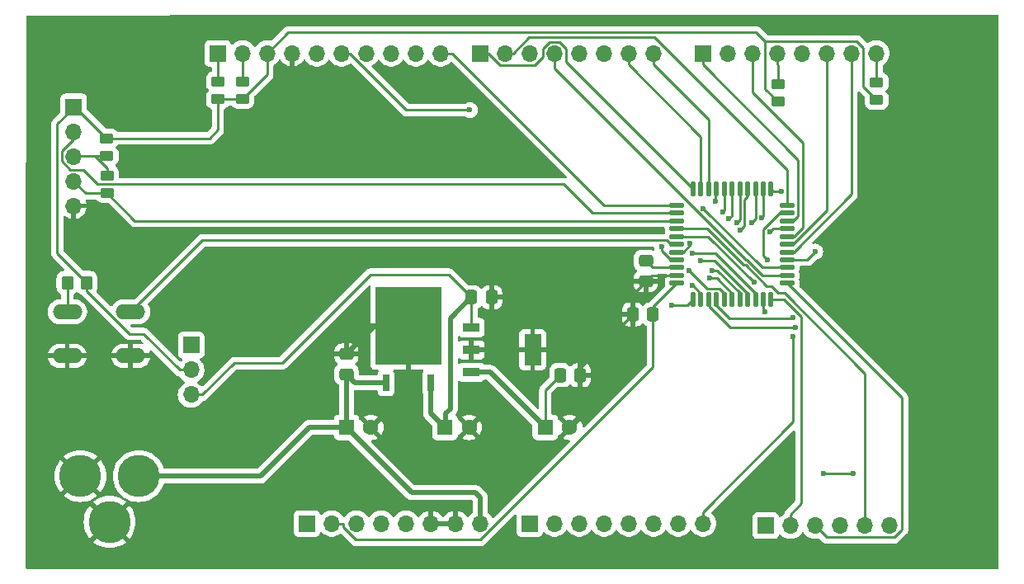
<source format=gbr>
%TF.GenerationSoftware,KiCad,Pcbnew,8.0.6*%
%TF.CreationDate,2025-01-18T13:18:20-05:00*%
%TF.ProjectId,RL78_G13_Arduino,524c3738-5f47-4313-935f-41726475696e,rev?*%
%TF.SameCoordinates,Original*%
%TF.FileFunction,Copper,L1,Top*%
%TF.FilePolarity,Positive*%
%FSLAX46Y46*%
G04 Gerber Fmt 4.6, Leading zero omitted, Abs format (unit mm)*
G04 Created by KiCad (PCBNEW 8.0.6) date 2025-01-18 13:18:20*
%MOMM*%
%LPD*%
G01*
G04 APERTURE LIST*
G04 Aperture macros list*
%AMRoundRect*
0 Rectangle with rounded corners*
0 $1 Rounding radius*
0 $2 $3 $4 $5 $6 $7 $8 $9 X,Y pos of 4 corners*
0 Add a 4 corners polygon primitive as box body*
4,1,4,$2,$3,$4,$5,$6,$7,$8,$9,$2,$3,0*
0 Add four circle primitives for the rounded corners*
1,1,$1+$1,$2,$3*
1,1,$1+$1,$4,$5*
1,1,$1+$1,$6,$7*
1,1,$1+$1,$8,$9*
0 Add four rect primitives between the rounded corners*
20,1,$1+$1,$2,$3,$4,$5,0*
20,1,$1+$1,$4,$5,$6,$7,0*
20,1,$1+$1,$6,$7,$8,$9,0*
20,1,$1+$1,$8,$9,$2,$3,0*%
G04 Aperture macros list end*
%TA.AperFunction,ComponentPad*%
%ADD10R,1.700000X1.700000*%
%TD*%
%TA.AperFunction,ComponentPad*%
%ADD11O,1.700000X1.700000*%
%TD*%
%TA.AperFunction,ComponentPad*%
%ADD12R,1.600000X1.600000*%
%TD*%
%TA.AperFunction,ComponentPad*%
%ADD13C,1.600000*%
%TD*%
%TA.AperFunction,SMDPad,CuDef*%
%ADD14RoundRect,0.250000X-0.475000X0.337500X-0.475000X-0.337500X0.475000X-0.337500X0.475000X0.337500X0*%
%TD*%
%TA.AperFunction,SMDPad,CuDef*%
%ADD15RoundRect,0.250000X-0.450000X0.262500X-0.450000X-0.262500X0.450000X-0.262500X0.450000X0.262500X0*%
%TD*%
%TA.AperFunction,SMDPad,CuDef*%
%ADD16RoundRect,0.250000X0.450000X-0.262500X0.450000X0.262500X-0.450000X0.262500X-0.450000X-0.262500X0*%
%TD*%
%TA.AperFunction,ComponentPad*%
%ADD17O,3.048000X1.524000*%
%TD*%
%TA.AperFunction,SMDPad,CuDef*%
%ADD18R,0.711200X1.701800*%
%TD*%
%TA.AperFunction,SMDPad,CuDef*%
%ADD19R,6.756400X8.001000*%
%TD*%
%TA.AperFunction,SMDPad,CuDef*%
%ADD20RoundRect,0.250000X-0.350000X-0.450000X0.350000X-0.450000X0.350000X0.450000X-0.350000X0.450000X0*%
%TD*%
%TA.AperFunction,ComponentPad*%
%ADD21C,4.318000*%
%TD*%
%TA.AperFunction,SMDPad,CuDef*%
%ADD22RoundRect,0.250000X-0.337500X-0.475000X0.337500X-0.475000X0.337500X0.475000X-0.337500X0.475000X0*%
%TD*%
%TA.AperFunction,SMDPad,CuDef*%
%ADD23RoundRect,0.250000X0.337500X0.475000X-0.337500X0.475000X-0.337500X-0.475000X0.337500X-0.475000X0*%
%TD*%
%TA.AperFunction,SMDPad,CuDef*%
%ADD24RoundRect,0.137500X-0.600000X-0.137500X0.600000X-0.137500X0.600000X0.137500X-0.600000X0.137500X0*%
%TD*%
%TA.AperFunction,SMDPad,CuDef*%
%ADD25RoundRect,0.137500X-0.137500X-0.600000X0.137500X-0.600000X0.137500X0.600000X-0.137500X0.600000X0*%
%TD*%
%TA.AperFunction,SMDPad,CuDef*%
%ADD26RoundRect,0.250000X0.475000X-0.337500X0.475000X0.337500X-0.475000X0.337500X-0.475000X-0.337500X0*%
%TD*%
%TA.AperFunction,SMDPad,CuDef*%
%ADD27R,1.750000X0.950000*%
%TD*%
%TA.AperFunction,SMDPad,CuDef*%
%ADD28R,1.750000X3.200000*%
%TD*%
%TA.AperFunction,ViaPad*%
%ADD29C,0.600000*%
%TD*%
%TA.AperFunction,Conductor*%
%ADD30C,0.250000*%
%TD*%
%TA.AperFunction,Conductor*%
%ADD31C,0.500000*%
%TD*%
G04 APERTURE END LIST*
D10*
%TO.P,J3,1,Pin_1*%
%TO.N,Net-(J3-Pin_1)*%
X101802000Y-77260000D03*
D11*
%TO.P,J3,2,Pin_2*%
%TO.N,Net-(J3-Pin_2)*%
X104342000Y-77260000D03*
%TO.P,J3,3,Pin_3*%
%TO.N,Net-(J3-Pin_3)*%
X106882000Y-77260000D03*
%TO.P,J3,4,Pin_4*%
%TO.N,Net-(J3-Pin_4)*%
X109422000Y-77260000D03*
%TO.P,J3,5,Pin_5*%
%TO.N,Net-(J3-Pin_5)*%
X111962000Y-77260000D03*
%TO.P,J3,6,Pin_6*%
%TO.N,Net-(J3-Pin_6)*%
X114502000Y-77260000D03*
%TO.P,J3,7,Pin_7*%
%TO.N,Net-(J3-Pin_7)*%
X117042000Y-77260000D03*
%TO.P,J3,8,Pin_8*%
%TO.N,Net-(J3-Pin_8)*%
X119582000Y-77260000D03*
%TD*%
D10*
%TO.P,J2,1,Pin_1*%
%TO.N,/SCL*%
X69798000Y-29000000D03*
D11*
%TO.P,J2,2,Pin_2*%
%TO.N,/SDA*%
X72338000Y-29000000D03*
%TO.P,J2,3,Pin_3*%
%TO.N,VCC*%
X74878000Y-29000000D03*
%TO.P,J2,4,Pin_4*%
%TO.N,GND*%
X77418000Y-29000000D03*
%TO.P,J2,5,Pin_5*%
%TO.N,/SCK_21*%
X79958000Y-29000000D03*
%TO.P,J2,6,Pin_6*%
%TO.N,/MISO_21*%
X82498000Y-29000000D03*
%TO.P,J2,7,Pin_7*%
%TO.N,/MOSI_21*%
X85038000Y-29000000D03*
%TO.P,J2,8,Pin_8*%
%TO.N,/CS_21*%
X87578000Y-29000000D03*
%TO.P,J2,9,Pin_9*%
%TO.N,Net-(J2-Pin_9)*%
X90118000Y-29000000D03*
%TO.P,J2,10,Pin_10*%
%TO.N,Net-(J2-Pin_10)*%
X92658000Y-29000000D03*
%TD*%
D10*
%TO.P,J4,1,Pin_1*%
%TO.N,Net-(J4-Pin_1)*%
X96722000Y-29000000D03*
D11*
%TO.P,J4,2,Pin_2*%
%TO.N,Net-(J4-Pin_2)*%
X99262000Y-29000000D03*
%TO.P,J4,3,Pin_3*%
%TO.N,Net-(J4-Pin_3)*%
X101802000Y-29000000D03*
%TO.P,J4,4,Pin_4*%
%TO.N,Net-(J4-Pin_4)*%
X104342000Y-29000000D03*
%TO.P,J4,5,Pin_5*%
%TO.N,/P121*%
X106882000Y-29000000D03*
%TO.P,J4,6,Pin_6*%
%TO.N,/P122*%
X109422000Y-29000000D03*
%TO.P,J4,7,Pin_7*%
%TO.N,Net-(J4-Pin_7)*%
X111962000Y-29000000D03*
%TO.P,J4,8,Pin_8*%
%TO.N,Net-(J4-Pin_8)*%
X114502000Y-29000000D03*
%TD*%
D10*
%TO.P,J6,1,Pin_1*%
%TO.N,/SCK_00*%
X119582000Y-29000000D03*
D11*
%TO.P,J6,2,Pin_2*%
%TO.N,/MISO_00*%
X122122000Y-29000000D03*
%TO.P,J6,3,Pin_3*%
%TO.N,/MOSI_00*%
X124662000Y-29000000D03*
%TO.P,J6,4,Pin_4*%
%TO.N,/CS_00*%
X127202000Y-29000000D03*
%TO.P,J6,5,Pin_5*%
%TO.N,/SCK_20*%
X129742000Y-29000000D03*
%TO.P,J6,6,Pin_6*%
%TO.N,/MISO_20*%
X132282000Y-29000000D03*
%TO.P,J6,7,Pin_7*%
%TO.N,/MOSI_20*%
X134822000Y-29000000D03*
%TO.P,J6,8,Pin_8*%
%TO.N,/CS_20*%
X137362000Y-29000000D03*
%TD*%
D12*
%TO.P,C4,1*%
%TO.N,+5V*%
X93102000Y-67400000D03*
D13*
%TO.P,C4,2*%
%TO.N,GND*%
X95602000Y-67400000D03*
%TD*%
D14*
%TO.P,C8,1*%
%TO.N,Net-(U1-REGC)*%
X113714000Y-50312500D03*
%TO.P,C8,2*%
%TO.N,GND*%
X113714000Y-52387500D03*
%TD*%
D15*
%TO.P,R1,1*%
%TO.N,VCC*%
X58400000Y-37737500D03*
%TO.P,R1,2*%
%TO.N,Net-(P3-Pin_3)*%
X58400000Y-39562500D03*
%TD*%
D16*
%TO.P,R6,1*%
%TO.N,VCC*%
X137400000Y-33800000D03*
%TO.P,R6,2*%
%TO.N,/CS_20*%
X137400000Y-31975000D03*
%TD*%
D17*
%TO.P,S1,1,S*%
%TO.N,Net-(S1-S)*%
X54350800Y-55539400D03*
%TO.P,S1,2,S1*%
X60853200Y-55539400D03*
%TO.P,S1,3,P*%
%TO.N,GND*%
X54350800Y-60060600D03*
%TO.P,S1,4,P1*%
X60853200Y-60060600D03*
%TD*%
D12*
%TO.P,C2,1*%
%TO.N,/Vin*%
X83002000Y-67400000D03*
D13*
%TO.P,C2,2*%
%TO.N,GND*%
X85502000Y-67400000D03*
%TD*%
D10*
%TO.P,J1,1,Pin_1*%
%TO.N,unconnected-(J1-Pin_1-Pad1)*%
X78942000Y-77260000D03*
D11*
%TO.P,J1,2,Pin_2*%
%TO.N,VCC*%
X81482000Y-77260000D03*
%TO.P,J1,3,Pin_3*%
%TO.N,/~{RESET}*%
X84022000Y-77260000D03*
%TO.P,J1,4,Pin_4*%
%TO.N,+3.3V*%
X86562000Y-77260000D03*
%TO.P,J1,5,Pin_5*%
%TO.N,+5V*%
X89102000Y-77260000D03*
%TO.P,J1,6,Pin_6*%
%TO.N,GND*%
X91642000Y-77260000D03*
%TO.P,J1,7,Pin_7*%
X94182000Y-77260000D03*
%TO.P,J1,8,Pin_8*%
%TO.N,/Vin*%
X96722000Y-77260000D03*
%TD*%
D18*
%TO.P,U2,1,VCC*%
%TO.N,/Vin*%
X87049998Y-62850000D03*
D19*
%TO.P,U2,2,GND*%
%TO.N,GND*%
X89349999Y-56982600D03*
D18*
%TO.P,U2,3,OUT*%
%TO.N,+5V*%
X91650000Y-62850000D03*
%TD*%
D20*
%TO.P,R3,1*%
%TO.N,Net-(S1-S)*%
X54350000Y-52550000D03*
%TO.P,R3,2*%
%TO.N,VCC*%
X56350000Y-52550000D03*
%TD*%
D21*
%TO.P,P2,GND,GND*%
%TO.N,GND*%
X55700000Y-72400000D03*
%TO.P,P2,GNDBREAK,GNDBREAK*%
X58700000Y-77100000D03*
%TO.P,P2,PWR,PWR*%
%TO.N,/Vin*%
X61700000Y-72400000D03*
%TD*%
D16*
%TO.P,R5,1*%
%TO.N,VCC*%
X72338000Y-33712500D03*
%TO.P,R5,2*%
%TO.N,/SDA*%
X72338000Y-31887500D03*
%TD*%
D12*
%TO.P,C6,1*%
%TO.N,+3.3V*%
X103402000Y-67400000D03*
D13*
%TO.P,C6,2*%
%TO.N,GND*%
X105902000Y-67400000D03*
%TD*%
D16*
%TO.P,R4,1*%
%TO.N,VCC*%
X69798000Y-33712500D03*
%TO.P,R4,2*%
%TO.N,/SCL*%
X69798000Y-31887500D03*
%TD*%
D22*
%TO.P,C3,1*%
%TO.N,+5V*%
X95814500Y-54050000D03*
%TO.P,C3,2*%
%TO.N,GND*%
X97889500Y-54050000D03*
%TD*%
D23*
%TO.P,C7,1*%
%TO.N,VCC*%
X114451500Y-55800000D03*
%TO.P,C7,2*%
%TO.N,GND*%
X112376500Y-55800000D03*
%TD*%
D10*
%TO.P,JP1,1,A*%
%TO.N,+3.3V*%
X67052000Y-58960000D03*
D11*
%TO.P,JP1,2,C*%
%TO.N,VCC*%
X67052000Y-61500000D03*
%TO.P,JP1,3,B*%
%TO.N,+5V*%
X67052000Y-64040000D03*
%TD*%
D24*
%TO.P,U1,1,P41/TI07/TO07*%
%TO.N,Net-(J2-Pin_10)*%
X116900000Y-44600000D03*
%TO.P,U1,2,P40/TOOL0*%
%TO.N,Net-(P3-Pin_2)*%
X116900000Y-45400000D03*
%TO.P,U1,3,~{RESET}*%
%TO.N,/~{RESET}*%
X116900000Y-46200000D03*
%TO.P,U1,4,P124/XT2/EXCLKS*%
%TO.N,Net-(J5-Pin_5)*%
X116900000Y-47000000D03*
%TO.P,U1,5,P123/XT1*%
%TO.N,Net-(J5-Pin_6)*%
X116900000Y-47800000D03*
%TO.P,U1,6,P137/INTP0*%
%TO.N,Net-(S1-S)*%
X116900000Y-48600000D03*
%TO.P,U1,7,P122/X2/EXCLK*%
%TO.N,/P122*%
X116900000Y-49400000D03*
%TO.P,U1,8,P121/X1*%
%TO.N,/P121*%
X116900000Y-50200000D03*
%TO.P,U1,9,REGC*%
%TO.N,Net-(U1-REGC)*%
X116900000Y-51000000D03*
%TO.P,U1,10,GND*%
%TO.N,GND*%
X116900000Y-51800000D03*
%TO.P,U1,11,VDD*%
%TO.N,VCC*%
X116900000Y-52600000D03*
D25*
%TO.P,U1,12,P60/SCLAA0*%
%TO.N,/SCL*%
X118562500Y-54262500D03*
%TO.P,U1,13,P61/SDAA0*%
%TO.N,/SDA*%
X119362500Y-54262500D03*
%TO.P,U1,14,P62*%
%TO.N,/CS_00*%
X120162500Y-54262500D03*
%TO.P,U1,15,P63*%
%TO.N,/CS_20*%
X120962500Y-54262500D03*
%TO.P,U1,16,P31/TI03/TO03/INTP4/PCLBUZ0*%
%TO.N,Net-(J2-Pin_9)*%
X121762500Y-54262500D03*
%TO.P,U1,17,P73/KR3*%
%TO.N,/CS_21*%
X122562500Y-54262500D03*
%TO.P,U1,18,P72/KR2/SO21*%
%TO.N,/MOSI_21*%
X123362500Y-54262500D03*
%TO.P,U1,19,P71/KR1/SI21/SDA21*%
%TO.N,/MISO_21*%
X124162500Y-54262500D03*
%TO.P,U1,20,P70/KR0/SCK21/SCL21*%
%TO.N,/SCK_21*%
X124962500Y-54262500D03*
%TO.P,U1,21,P30/INTP3/RTC1HZ/SCK11/SCL11*%
%TO.N,/SCK_11*%
X125762500Y-54262500D03*
%TO.P,U1,22,P50/INTP1/SI11/SDA11*%
%TO.N,/MISO_11*%
X126562500Y-54262500D03*
D24*
%TO.P,U1,23,P51/INTP2/SO11*%
%TO.N,/MOSI_11*%
X128225000Y-52600000D03*
%TO.P,U1,24,P17/TI02/TO02*%
%TO.N,Net-(J4-Pin_4)*%
X128225000Y-51800000D03*
%TO.P,U1,25,P16/TI01/TO01/INTP5*%
%TO.N,Net-(J4-Pin_3)*%
X128225000Y-51000000D03*
%TO.P,U1,26,P15/PCLBUZ1/SCK20/SCL20*%
%TO.N,/SCK_20*%
X128225000Y-50200000D03*
%TO.P,U1,27,P14/RxD2/SI20/SDA20*%
%TO.N,/MOSI_20*%
X128225000Y-49400000D03*
%TO.P,U1,28,P13/TxD2/SO20*%
%TO.N,/MISO_20*%
X128225000Y-48600000D03*
%TO.P,U1,29,P12/SO00/TxD0*%
%TO.N,/MOSI_00*%
X128225000Y-47800000D03*
%TO.P,U1,30,P11/SI00/RxD0/SDA00*%
%TO.N,/MISO_00*%
X128225000Y-47000000D03*
%TO.P,U1,31,P10/SCK00/SCL00*%
%TO.N,/SCK_00*%
X128225000Y-46200000D03*
%TO.P,U1,32,P146*%
%TO.N,/CS_11*%
X128225000Y-45400000D03*
%TO.P,U1,33,P147/ANI18*%
%TO.N,Net-(J4-Pin_2)*%
X128225000Y-44600000D03*
D25*
%TO.P,U1,34,P27/ANI7*%
%TO.N,Net-(J3-Pin_8)*%
X126562500Y-42937500D03*
%TO.P,U1,35,P26/ANI6*%
%TO.N,Net-(J3-Pin_7)*%
X125762500Y-42937500D03*
%TO.P,U1,36,P25/ANI5*%
%TO.N,Net-(J3-Pin_6)*%
X124962500Y-42937500D03*
%TO.P,U1,37,P24/ANI4*%
%TO.N,Net-(J3-Pin_5)*%
X124162500Y-42937500D03*
%TO.P,U1,38,P23/ANI3*%
%TO.N,Net-(J3-Pin_4)*%
X123362500Y-42937500D03*
%TO.P,U1,39,P22/ANI2*%
%TO.N,Net-(J3-Pin_3)*%
X122562500Y-42937500D03*
%TO.P,U1,40,P21/ANI1/AVREFM*%
%TO.N,Net-(J3-Pin_2)*%
X121762500Y-42937500D03*
%TO.P,U1,41,P20/ANI0/AVREFP*%
%TO.N,Net-(J3-Pin_1)*%
X120962500Y-42937500D03*
%TO.P,U1,42,P01/TO00/RxD1*%
%TO.N,Net-(J4-Pin_8)*%
X120162500Y-42937500D03*
%TO.P,U1,43,P00/TI00/TxD1*%
%TO.N,Net-(J4-Pin_7)*%
X119362500Y-42937500D03*
%TO.P,U1,44,P120/ANI19*%
%TO.N,Net-(J4-Pin_1)*%
X118562500Y-42937500D03*
%TD*%
D15*
%TO.P,R2,1*%
%TO.N,Net-(P3-Pin_3)*%
X58450000Y-41537500D03*
%TO.P,R2,2*%
%TO.N,/~{RESET}*%
X58450000Y-43362500D03*
%TD*%
D16*
%TO.P,R7,1*%
%TO.N,VCC*%
X127250000Y-33962500D03*
%TO.P,R7,2*%
%TO.N,/CS_00*%
X127250000Y-32137500D03*
%TD*%
D10*
%TO.P,P3,1,Pin_1*%
%TO.N,VCC*%
X55000000Y-34500000D03*
D11*
%TO.P,P3,2,Pin_2*%
%TO.N,Net-(P3-Pin_2)*%
X55000000Y-37040000D03*
%TO.P,P3,3,Pin_3*%
%TO.N,Net-(P3-Pin_3)*%
X55000000Y-39580000D03*
%TO.P,P3,4,Pin_4*%
%TO.N,/~{RESET}*%
X55000000Y-42120000D03*
%TO.P,P3,5,Pin_5*%
%TO.N,GND*%
X55000000Y-44660000D03*
%TD*%
D26*
%TO.P,C1,1*%
%TO.N,/Vin*%
X83002000Y-61950000D03*
%TO.P,C1,2*%
%TO.N,GND*%
X83002000Y-59875000D03*
%TD*%
D10*
%TO.P,J5,1,Pin_1*%
%TO.N,/SCK_11*%
X126020000Y-77500000D03*
D11*
%TO.P,J5,2,Pin_2*%
%TO.N,/MISO_11*%
X128560000Y-77500000D03*
%TO.P,J5,3,Pin_3*%
%TO.N,/MOSI_11*%
X131100000Y-77500000D03*
%TO.P,J5,4,Pin_4*%
%TO.N,/CS_11*%
X133640000Y-77500000D03*
%TO.P,J5,5,Pin_5*%
%TO.N,Net-(J5-Pin_5)*%
X136180000Y-77500000D03*
%TO.P,J5,6,Pin_6*%
%TO.N,Net-(J5-Pin_6)*%
X138720000Y-77500000D03*
%TD*%
D22*
%TO.P,C5,1*%
%TO.N,+3.3V*%
X104914500Y-62050000D03*
%TO.P,C5,2*%
%TO.N,GND*%
X106989500Y-62050000D03*
%TD*%
D27*
%TO.P,U3,1,IN*%
%TO.N,+5V*%
X95802000Y-57150000D03*
%TO.P,U3,2,GND_1*%
%TO.N,GND*%
X95802000Y-59450000D03*
%TO.P,U3,3,OUT*%
%TO.N,+3.3V*%
X95802000Y-61750000D03*
D28*
%TO.P,U3,4,GND_2*%
%TO.N,GND*%
X102102000Y-59450000D03*
%TD*%
D29*
%TO.N,/SDA*%
X118483300Y-52854700D03*
%TO.N,/SCL*%
X116324700Y-54871400D03*
%TO.N,/P122*%
X118254200Y-48482700D03*
%TO.N,/P121*%
X115380700Y-48855100D03*
%TO.N,Net-(J4-Pin_3)*%
X119611800Y-44971900D03*
%TO.N,Net-(J2-Pin_9)*%
X118145500Y-51299700D03*
%TO.N,/MISO_00*%
X126418800Y-47331200D03*
%TO.N,/MISO_21*%
X95664000Y-34826400D03*
X119350100Y-50268600D03*
%TO.N,/SCK_21*%
X118466700Y-49523000D03*
%TO.N,/CS_21*%
X120293000Y-52084400D03*
%TO.N,/CS_20*%
X128813900Y-56097000D03*
%TO.N,/MOSI_21*%
X120477900Y-51278700D03*
%TO.N,/SCK_20*%
X131097100Y-49361800D03*
%TO.N,/CS_00*%
X129030300Y-57168900D03*
%TO.N,/CS_11*%
X126188000Y-50182900D03*
%TO.N,Net-(J3-Pin_3)*%
X122249000Y-46012200D03*
%TO.N,Net-(J3-Pin_2)*%
X121587000Y-45296000D03*
%TO.N,Net-(J3-Pin_4)*%
X123068800Y-46357600D03*
%TO.N,Net-(J5-Pin_6)*%
X135000000Y-72100000D03*
X131950000Y-72100000D03*
X124799300Y-52478100D03*
%TO.N,Net-(J3-Pin_6)*%
X124588500Y-46362200D03*
%TO.N,/SCK_11*%
X125927400Y-55548100D03*
%TO.N,Net-(J3-Pin_7)*%
X125611500Y-45891600D03*
%TO.N,Net-(J3-Pin_5)*%
X123414500Y-47145900D03*
%TO.N,Net-(J3-Pin_1)*%
X120891100Y-44178600D03*
%TO.N,Net-(J3-Pin_8)*%
X127591000Y-43148700D03*
X128828800Y-58039300D03*
%TD*%
D30*
%TO.N,GND*%
X108700000Y-59450000D02*
X108713000Y-59463200D01*
D31*
X83002000Y-59875000D02*
X85894400Y-56982600D01*
D30*
X113714000Y-52387500D02*
X114302000Y-51800000D01*
D31*
X102102000Y-59450000D02*
X108700000Y-59450000D01*
D30*
X114302000Y-51800000D02*
X116900000Y-51800000D01*
D31*
X95802000Y-59450000D02*
X102102000Y-59450000D01*
D30*
X112376000Y-55800000D02*
X112376000Y-53725000D01*
D31*
X106989500Y-62050000D02*
X106989500Y-66312500D01*
D30*
X112376000Y-53725000D02*
X113714000Y-52387500D01*
D31*
X85894400Y-56982600D02*
X89349999Y-56982600D01*
X89349999Y-56982600D02*
X91067399Y-58700000D01*
D30*
X108713000Y-59463200D02*
X112376000Y-55800000D01*
D31*
X106989500Y-66312500D02*
X105902000Y-67400000D01*
X106990000Y-62050000D02*
X106990000Y-61187000D01*
X106990000Y-61187000D02*
X108713000Y-59463200D01*
D30*
%TO.N,Net-(U1-REGC)*%
X114402000Y-51000000D02*
X116900000Y-51000000D01*
X113714000Y-50312500D02*
X114402000Y-51000000D01*
%TO.N,/SDA*%
X72338000Y-31887500D02*
X72338000Y-29000000D01*
X118572300Y-52854700D02*
X119362500Y-53644900D01*
X119362500Y-53644900D02*
X119362500Y-54262500D01*
X118483300Y-52854700D02*
X118572300Y-52854700D01*
%TO.N,/SCL*%
X116324700Y-54871400D02*
X117953600Y-54871400D01*
X117953600Y-54871400D02*
X118562500Y-54262500D01*
X69798000Y-31887500D02*
X69798000Y-29000000D01*
%TO.N,/P122*%
X118254200Y-48695400D02*
X118254200Y-48482700D01*
X116900000Y-49400000D02*
X117549600Y-49400000D01*
X117549600Y-49400000D02*
X118254200Y-48695400D01*
%TO.N,+3.3V*%
X103402000Y-67400000D02*
X103402000Y-63562500D01*
X104158000Y-62806200D02*
X104158300Y-62806200D01*
X104158000Y-62806200D02*
X104914000Y-62050000D01*
X104158300Y-62806200D02*
X104914500Y-62050000D01*
D31*
X95802000Y-61750000D02*
X97752000Y-61750000D01*
X97752000Y-61750000D02*
X103402000Y-67400000D01*
D30*
X103402000Y-63562500D02*
X104158000Y-62806200D01*
%TO.N,/P121*%
X115380700Y-49299500D02*
X115380700Y-48855100D01*
X116900000Y-50200000D02*
X116281200Y-50200000D01*
X116281200Y-50200000D02*
X115380700Y-49299500D01*
%TO.N,Net-(J4-Pin_3)*%
X128225000Y-51000000D02*
X125639900Y-51000000D01*
X125639900Y-51000000D02*
X119611800Y-44971900D01*
%TO.N,Net-(J2-Pin_10)*%
X116900000Y-44600000D02*
X109434700Y-44600000D01*
X109434700Y-44600000D02*
X93834700Y-29000000D01*
X92658000Y-29000000D02*
X93834700Y-29000000D01*
%TO.N,Net-(J4-Pin_4)*%
X104342000Y-29000000D02*
X104342000Y-30176700D01*
X123945300Y-50191600D02*
X104342000Y-30588300D01*
X104342000Y-30588300D02*
X104342000Y-30176700D01*
X128225000Y-51800000D02*
X125716500Y-51800000D01*
X124108100Y-50191600D02*
X123945300Y-50191600D01*
X125716500Y-51800000D02*
X124108100Y-50191600D01*
%TO.N,Net-(J2-Pin_9)*%
X121762500Y-53667700D02*
X121292600Y-53197800D01*
X121762500Y-54262500D02*
X121762500Y-53667700D01*
X121292600Y-53197800D02*
X120043600Y-53197800D01*
X120043600Y-53197800D02*
X118145500Y-51299700D01*
%TO.N,/MISO_00*%
X126750000Y-47000000D02*
X126418800Y-47331200D01*
X128225000Y-47000000D02*
X126750000Y-47000000D01*
%TO.N,/MOSI_20*%
X134822000Y-43467500D02*
X128889500Y-49400000D01*
X134822000Y-29000000D02*
X134822000Y-43467500D01*
X128889500Y-49400000D02*
X128225000Y-49400000D01*
%TO.N,/MISO_21*%
X120790100Y-50268600D02*
X119350100Y-50268600D01*
X83307000Y-29000000D02*
X89133400Y-34826400D01*
X82498000Y-29000000D02*
X83307000Y-29000000D01*
X89133400Y-34826400D02*
X95664000Y-34826400D01*
X124162500Y-53641000D02*
X120790100Y-50268600D01*
X124162500Y-54262500D02*
X124162500Y-53641000D01*
%TO.N,/SCK_21*%
X118466700Y-49523000D02*
X120832800Y-49523000D01*
X124962500Y-53652700D02*
X124962500Y-54262500D01*
X120832800Y-49523000D02*
X124962500Y-53652700D01*
%TO.N,/CS_21*%
X122562500Y-53642200D02*
X121004700Y-52084400D01*
X122562500Y-54262500D02*
X122562500Y-53642200D01*
X121004700Y-52084400D02*
X120293000Y-52084400D01*
%TO.N,/CS_20*%
X137362000Y-30176700D02*
X137400000Y-30214700D01*
X120962500Y-54857300D02*
X122325900Y-56220700D01*
X137400000Y-30214700D02*
X137400000Y-31975000D01*
X120962500Y-54262500D02*
X120962500Y-54857300D01*
X122325900Y-56220700D02*
X128690200Y-56220700D01*
X128690200Y-56220700D02*
X128813900Y-56097000D01*
X137362000Y-29000000D02*
X137362000Y-30176700D01*
%TO.N,/MOSI_21*%
X121013500Y-51278700D02*
X120477900Y-51278700D01*
X123362500Y-53627700D02*
X121013500Y-51278700D01*
X123362500Y-54262500D02*
X123362500Y-53627700D01*
%TO.N,/SCK_20*%
X128225000Y-50200000D02*
X130258900Y-50200000D01*
X130258900Y-50200000D02*
X131097100Y-49361800D01*
%TO.N,/MISO_20*%
X128829600Y-48600000D02*
X132282000Y-45147600D01*
X132282000Y-45147600D02*
X132282000Y-29000000D01*
X128225000Y-48600000D02*
X128829600Y-48600000D01*
%TO.N,Net-(J4-Pin_2)*%
X114562600Y-27351100D02*
X128225000Y-41013500D01*
X128225000Y-41013500D02*
X128225000Y-44600000D01*
X101719900Y-27351100D02*
X114562600Y-27351100D01*
X99262000Y-29000000D02*
X100071000Y-29000000D01*
X100071000Y-29000000D02*
X101719900Y-27351100D01*
%TO.N,/SCK_00*%
X129336300Y-45684500D02*
X128820800Y-46200000D01*
X119582000Y-29000000D02*
X119582000Y-30176700D01*
X128820800Y-46200000D02*
X128225000Y-46200000D01*
X129336300Y-39931000D02*
X129336300Y-45684500D01*
X119582000Y-30176700D02*
X129336300Y-39931000D01*
%TO.N,Net-(J4-Pin_8)*%
X114502000Y-29000000D02*
X114502000Y-30176700D01*
X120162500Y-35837200D02*
X120162500Y-42937500D01*
X114502000Y-30176700D02*
X120162500Y-35837200D01*
%TO.N,/CS_00*%
X120162500Y-54919800D02*
X122411600Y-57168900D01*
X122411600Y-57168900D02*
X129030300Y-57168900D01*
X127250000Y-32137500D02*
X127250000Y-30224700D01*
X127202000Y-29588300D02*
X127202000Y-30176700D01*
X127250000Y-30224700D02*
X127202000Y-30176700D01*
X127202000Y-29588300D02*
X127202000Y-29000000D01*
X120162500Y-54262500D02*
X120162500Y-54919800D01*
%TO.N,/MOSI_00*%
X124662000Y-33014200D02*
X124662000Y-29000000D01*
X129788600Y-46875100D02*
X129788600Y-38140800D01*
X129788600Y-38140800D02*
X124662000Y-33014200D01*
X128863700Y-47800000D02*
X129788600Y-46875100D01*
X128225000Y-47800000D02*
X128863700Y-47800000D01*
%TO.N,/MOSI_11*%
X139202500Y-78681700D02*
X139992000Y-77892200D01*
X139992000Y-64367000D02*
X128225000Y-52600000D01*
X132281700Y-78681700D02*
X139202500Y-78681700D01*
X131100000Y-77500000D02*
X132281700Y-78681700D01*
X139992000Y-77892200D02*
X139992000Y-64367000D01*
%TO.N,Net-(J4-Pin_1)*%
X103165300Y-28512500D02*
X103165300Y-29351700D01*
X98721700Y-30190700D02*
X97531000Y-29000000D01*
X118562500Y-42937500D02*
X105518700Y-29893700D01*
X105518700Y-29893700D02*
X105518700Y-28512500D01*
X103165300Y-29351700D02*
X102326300Y-30190700D01*
X105518700Y-28512500D02*
X104829500Y-27823300D01*
X103854500Y-27823300D02*
X103165300Y-28512500D01*
X97531000Y-29000000D02*
X96722000Y-29000000D01*
X104829500Y-27823300D02*
X103854500Y-27823300D01*
X102326300Y-30190700D02*
X98721700Y-30190700D01*
%TO.N,Net-(J4-Pin_7)*%
X119362500Y-42937500D02*
X119362500Y-37577200D01*
X119362500Y-37577200D02*
X111962000Y-30176700D01*
X111962000Y-29000000D02*
X111962000Y-30176700D01*
%TO.N,/CS_11*%
X127462200Y-45400000D02*
X125790500Y-47071700D01*
X125790500Y-49785400D02*
X126188000Y-50182900D01*
X125790500Y-47071700D02*
X125790500Y-49785400D01*
X128225000Y-45400000D02*
X127462200Y-45400000D01*
%TO.N,Net-(J5-Pin_5)*%
X136180000Y-61861500D02*
X127942600Y-53624100D01*
X127942600Y-53624100D02*
X127318900Y-53624100D01*
X127318900Y-53624100D02*
X126578800Y-52884000D01*
X123990800Y-50734000D02*
X123771500Y-50734000D01*
X123771500Y-50734000D02*
X120037500Y-47000000D01*
X136180000Y-77500000D02*
X136180000Y-61861500D01*
X126140800Y-52884000D02*
X123990800Y-50734000D01*
X126578800Y-52884000D02*
X126140800Y-52884000D01*
X120037500Y-47000000D02*
X116900000Y-47000000D01*
%TO.N,/MISO_11*%
X126562500Y-54262500D02*
X127907100Y-54262500D01*
X128560000Y-77500000D02*
X128560000Y-76323300D01*
X127907100Y-54262500D02*
X129676900Y-56032300D01*
X129676900Y-56032300D02*
X129676900Y-75206400D01*
X129676900Y-75206400D02*
X128560000Y-76323300D01*
D31*
%TO.N,+5V*%
X91650000Y-62850000D02*
X91650000Y-65948000D01*
X93178199Y-65971801D02*
X93650000Y-65500000D01*
X93178199Y-67323801D02*
X93178199Y-65971801D01*
X91650000Y-65948000D02*
X93102000Y-67400000D01*
D30*
X93487300Y-51722800D02*
X95814500Y-54050000D01*
X95814500Y-57137500D02*
X95802000Y-57150000D01*
X68228700Y-64040000D02*
X71455100Y-60813600D01*
X95814500Y-54050000D02*
X95814500Y-57137500D01*
D31*
X93102000Y-67400000D02*
X93178199Y-67323801D01*
D30*
X71455100Y-60813600D02*
X76381400Y-60813600D01*
D31*
X93650000Y-56214500D02*
X95814500Y-54050000D01*
D30*
X85472200Y-51722800D02*
X93487300Y-51722800D01*
X67052000Y-64040000D02*
X68228700Y-64040000D01*
D31*
X93650000Y-65500000D02*
X93650000Y-56214500D01*
D30*
X76381400Y-60813600D02*
X85472200Y-51722800D01*
%TO.N,Net-(J3-Pin_3)*%
X122562500Y-45698700D02*
X122249000Y-46012200D01*
X122562500Y-42937500D02*
X122562500Y-45698700D01*
%TO.N,Net-(J3-Pin_2)*%
X121762500Y-45120500D02*
X121587000Y-45296000D01*
X121762500Y-42937500D02*
X121762500Y-45120500D01*
%TO.N,Net-(J3-Pin_4)*%
X123362500Y-42937500D02*
X123359200Y-42940800D01*
X123359200Y-46067200D02*
X123068800Y-46357600D01*
X123359200Y-42940800D02*
X123359200Y-46067200D01*
%TO.N,Net-(J5-Pin_6)*%
X131950000Y-72100000D02*
X135000000Y-72100000D01*
X116900000Y-47800000D02*
X120121200Y-47800000D01*
X120121200Y-47800000D02*
X124799300Y-52478100D01*
%TO.N,Net-(J3-Pin_6)*%
X124962500Y-42937500D02*
X124962500Y-45988200D01*
X124962500Y-45988200D02*
X124588500Y-46362200D01*
%TO.N,/SCK_11*%
X125762500Y-55383200D02*
X125762500Y-54262500D01*
X125927400Y-55548100D02*
X125762500Y-55383200D01*
%TO.N,Net-(P3-Pin_2)*%
X53799200Y-40058200D02*
X54684300Y-40943300D01*
X55969300Y-40943300D02*
X57476000Y-42450000D01*
X55000000Y-37040000D02*
X55000000Y-37849000D01*
X108209700Y-45400000D02*
X116900000Y-45400000D01*
X57476000Y-42450000D02*
X105259700Y-42450000D01*
X53799200Y-39049800D02*
X53799200Y-40058200D01*
X55000000Y-37849000D02*
X53799200Y-39049800D01*
X105259700Y-42450000D02*
X108209700Y-45400000D01*
X54684300Y-40943300D02*
X55969300Y-40943300D01*
%TO.N,Net-(J3-Pin_7)*%
X125762500Y-42937500D02*
X125762500Y-45740600D01*
X125762500Y-45740600D02*
X125611500Y-45891600D01*
%TO.N,Net-(P3-Pin_3)*%
X55017500Y-39562500D02*
X55000000Y-39580000D01*
X57175000Y-39562500D02*
X55017500Y-39562500D01*
X57175000Y-39562500D02*
X58450000Y-40837500D01*
X58450000Y-40837500D02*
X58450000Y-41537500D01*
X58400000Y-39562500D02*
X57175000Y-39562500D01*
%TO.N,Net-(J3-Pin_5)*%
X123810900Y-44038200D02*
X123810900Y-46749500D01*
X124162500Y-42937500D02*
X124162500Y-43686600D01*
X123810900Y-46749500D02*
X123414500Y-47145900D01*
X124162500Y-43686600D02*
X123810900Y-44038200D01*
%TO.N,Net-(J3-Pin_1)*%
X120962500Y-42937500D02*
X120891100Y-43008900D01*
X120891100Y-43008900D02*
X120891100Y-44178600D01*
%TO.N,Net-(J3-Pin_8)*%
X126773700Y-43148700D02*
X127591000Y-43148700D01*
X119582000Y-77260000D02*
X119582000Y-76083300D01*
X126562500Y-42937500D02*
X126773700Y-43148700D01*
X119582000Y-76083300D02*
X128828800Y-66836500D01*
X128828800Y-66836500D02*
X128828800Y-58039300D01*
D31*
%TO.N,/Vin*%
X83852000Y-62800000D02*
X86999998Y-62800000D01*
X96250000Y-74100000D02*
X96750000Y-74600000D01*
X86999998Y-62800000D02*
X87049998Y-62850000D01*
X89702000Y-74100000D02*
X96250000Y-74100000D01*
X79200000Y-67400000D02*
X83002000Y-67400000D01*
X61700000Y-72400000D02*
X74200000Y-72400000D01*
X83002000Y-61950000D02*
X83002000Y-67400000D01*
X83002000Y-67400000D02*
X89702000Y-74100000D01*
X83002000Y-61950000D02*
X83852000Y-62800000D01*
X74200000Y-72400000D02*
X79200000Y-67400000D01*
X96722000Y-74728000D02*
X96722000Y-77260000D01*
D30*
%TO.N,Net-(S1-S)*%
X116263300Y-48600000D02*
X115868900Y-48205600D01*
X116900000Y-48600000D02*
X116263300Y-48600000D01*
X54350800Y-55539400D02*
X54350800Y-52550800D01*
X115868900Y-48205600D02*
X68187000Y-48205600D01*
X54350800Y-52550800D02*
X54350000Y-52550000D01*
X68187000Y-48205600D02*
X60853200Y-55539400D01*
%TO.N,VCC*%
X114452000Y-55048500D02*
X116900000Y-52600000D01*
X83966000Y-78935000D02*
X96757400Y-78935000D01*
X81482000Y-77260000D02*
X82658700Y-77260000D01*
X53321900Y-36259400D02*
X53321900Y-49521900D01*
X55000000Y-34500000D02*
X55081300Y-34500000D01*
X69798000Y-33712500D02*
X72338000Y-33712500D01*
X114451500Y-55800000D02*
X114452000Y-55800000D01*
X82658700Y-77260000D02*
X82658700Y-77627700D01*
X58400000Y-37737500D02*
X68912500Y-37737500D01*
X60759700Y-57800000D02*
X62175300Y-57800000D01*
X55162500Y-34500000D02*
X58400000Y-37737500D01*
X125952400Y-32664900D02*
X127250000Y-33962500D01*
X56350000Y-52550000D02*
X56350000Y-53390300D01*
X53321900Y-49521900D02*
X56350000Y-52550000D01*
X68912500Y-37737500D02*
X69798000Y-36852000D01*
X55081300Y-34500000D02*
X53321900Y-36259400D01*
X72338000Y-33712500D02*
X74878000Y-31172500D01*
X82658700Y-77627700D02*
X83966000Y-78935000D01*
X125035300Y-26858200D02*
X125952400Y-27775300D01*
X125952400Y-27775300D02*
X125952400Y-32664900D01*
X74878000Y-29000000D02*
X77019800Y-26858200D01*
X114452000Y-55800000D02*
X114452000Y-55048500D01*
X55081300Y-34500000D02*
X55162500Y-34500000D01*
X74878000Y-31172500D02*
X74878000Y-29000000D01*
X62175300Y-57800000D02*
X65875300Y-61500000D01*
X114451500Y-61240900D02*
X114451500Y-55800000D01*
X69798000Y-36852000D02*
X69798000Y-33712500D01*
X125952400Y-27775300D02*
X135318000Y-27775300D01*
X77019800Y-26858200D02*
X125035300Y-26858200D01*
X135318000Y-27775300D02*
X136024600Y-28481900D01*
X136024600Y-28481900D02*
X136024600Y-32424600D01*
X56350000Y-53390300D02*
X60759700Y-57800000D01*
X136024600Y-32424600D02*
X137400000Y-33800000D01*
X67052000Y-61500000D02*
X65875300Y-61500000D01*
X96757400Y-78935000D02*
X114451500Y-61240900D01*
%TO.N,/~{RESET}*%
X61287500Y-46200000D02*
X58450000Y-43362500D01*
X55000000Y-42120000D02*
X56242500Y-43362500D01*
X116900000Y-46200000D02*
X61287500Y-46200000D01*
X56242500Y-43362500D02*
X58450000Y-43362500D01*
%TD*%
%TA.AperFunction,Conductor*%
%TO.N,GND*%
G36*
X93716075Y-77067007D02*
G01*
X93682000Y-77194174D01*
X93682000Y-77325826D01*
X93716075Y-77452993D01*
X93748988Y-77510000D01*
X92075012Y-77510000D01*
X92107925Y-77452993D01*
X92142000Y-77325826D01*
X92142000Y-77194174D01*
X92107925Y-77067007D01*
X92075012Y-77010000D01*
X93748988Y-77010000D01*
X93716075Y-77067007D01*
G37*
%TD.AperFunction*%
%TA.AperFunction,Conductor*%
G36*
X114521507Y-48858785D02*
G01*
X114567262Y-48911589D01*
X114577688Y-48949217D01*
X114587481Y-49036141D01*
X114587483Y-49036149D01*
X114611812Y-49105678D01*
X114615373Y-49175457D01*
X114580644Y-49236084D01*
X114518650Y-49268311D01*
X114455767Y-49264338D01*
X114343428Y-49227113D01*
X114239546Y-49216500D01*
X113188462Y-49216500D01*
X113188446Y-49216501D01*
X113084572Y-49227113D01*
X112916264Y-49282884D01*
X112916259Y-49282886D01*
X112765346Y-49375971D01*
X112639971Y-49501346D01*
X112546886Y-49652259D01*
X112546884Y-49652264D01*
X112491113Y-49820572D01*
X112480500Y-49924447D01*
X112480500Y-50700537D01*
X112480501Y-50700553D01*
X112491113Y-50804427D01*
X112527560Y-50914418D01*
X112546885Y-50972738D01*
X112639970Y-51123652D01*
X112765348Y-51249030D01*
X112766031Y-51249451D01*
X112766401Y-51249863D01*
X112771015Y-51253511D01*
X112770391Y-51254298D01*
X112812759Y-51301397D01*
X112823984Y-51370359D01*
X112796144Y-51434442D01*
X112775582Y-51452264D01*
X112776323Y-51453202D01*
X112770655Y-51457683D01*
X112646684Y-51581654D01*
X112554643Y-51730875D01*
X112554641Y-51730880D01*
X112499494Y-51897302D01*
X112499493Y-51897309D01*
X112489000Y-52000013D01*
X112489000Y-52137500D01*
X114938999Y-52137500D01*
X114938999Y-52000028D01*
X114938998Y-52000013D01*
X114928505Y-51897302D01*
X114895104Y-51796504D01*
X114892702Y-51726676D01*
X114928434Y-51666634D01*
X114990954Y-51635441D01*
X115012810Y-51633500D01*
X115835716Y-51633500D01*
X115898837Y-51650768D01*
X115970701Y-51693268D01*
X116018384Y-51744337D01*
X116030888Y-51813079D01*
X116004243Y-51877668D01*
X115970701Y-51906732D01*
X115900917Y-51948001D01*
X115900913Y-51948004D01*
X115868075Y-51980842D01*
X115835235Y-52013682D01*
X115773915Y-52047166D01*
X115747556Y-52050000D01*
X115668825Y-52050000D01*
X115697927Y-52150176D01*
X115697927Y-52219363D01*
X115656883Y-52360639D01*
X115656882Y-52360644D01*
X115654000Y-52397264D01*
X115654000Y-52802735D01*
X115656882Y-52839354D01*
X115656882Y-52839356D01*
X115656882Y-52839359D01*
X115656883Y-52839360D01*
X115660741Y-52852642D01*
X115660542Y-52922510D01*
X115629355Y-52974907D01*
X114066396Y-54538184D01*
X114005076Y-54571676D01*
X113991311Y-54573870D01*
X113959572Y-54577113D01*
X113791264Y-54632884D01*
X113791259Y-54632886D01*
X113640346Y-54725971D01*
X113514970Y-54851347D01*
X113514968Y-54851350D01*
X113514541Y-54852043D01*
X113514123Y-54852418D01*
X113510489Y-54857015D01*
X113509703Y-54856393D01*
X113462591Y-54898764D01*
X113393627Y-54909983D01*
X113329547Y-54882136D01*
X113311739Y-54861578D01*
X113310798Y-54862323D01*
X113306316Y-54856655D01*
X113182345Y-54732684D01*
X113033124Y-54640643D01*
X113033119Y-54640641D01*
X112866697Y-54585494D01*
X112866690Y-54585493D01*
X112763986Y-54575000D01*
X112626500Y-54575000D01*
X112626500Y-57024999D01*
X112763972Y-57024999D01*
X112763986Y-57024998D01*
X112866697Y-57014505D01*
X113033119Y-56959358D01*
X113033124Y-56959356D01*
X113182345Y-56867315D01*
X113306316Y-56743344D01*
X113310798Y-56737677D01*
X113312991Y-56739411D01*
X113355357Y-56701265D01*
X113424314Y-56690008D01*
X113488410Y-56717818D01*
X113510334Y-56743106D01*
X113510489Y-56742985D01*
X113513183Y-56746392D01*
X113514545Y-56747963D01*
X113514969Y-56748651D01*
X113640347Y-56874029D01*
X113640351Y-56874032D01*
X113759097Y-56947276D01*
X113805822Y-56999224D01*
X113818000Y-57052814D01*
X113818000Y-60927133D01*
X113798315Y-60994172D01*
X113781681Y-61014814D01*
X107410246Y-67386247D01*
X107348923Y-67419732D01*
X107279231Y-67414748D01*
X107223298Y-67372876D01*
X107199037Y-67309373D01*
X107187141Y-67173400D01*
X107187139Y-67173389D01*
X107128269Y-66953682D01*
X107128264Y-66953668D01*
X107032136Y-66747521D01*
X107032132Y-66747513D01*
X106981025Y-66674526D01*
X106302000Y-67353552D01*
X106302000Y-67347339D01*
X106274741Y-67245606D01*
X106222080Y-67154394D01*
X106147606Y-67079920D01*
X106056394Y-67027259D01*
X105954661Y-67000000D01*
X105948448Y-67000000D01*
X106627472Y-66320974D01*
X106554478Y-66269863D01*
X106348331Y-66173735D01*
X106348317Y-66173730D01*
X106128610Y-66114860D01*
X106128599Y-66114858D01*
X105902002Y-66095034D01*
X105901998Y-66095034D01*
X105675400Y-66114858D01*
X105675389Y-66114860D01*
X105455682Y-66173730D01*
X105455673Y-66173734D01*
X105249516Y-66269866D01*
X105249512Y-66269868D01*
X105176526Y-66320973D01*
X105176526Y-66320974D01*
X105855553Y-67000000D01*
X105849339Y-67000000D01*
X105747606Y-67027259D01*
X105656394Y-67079920D01*
X105581920Y-67154394D01*
X105529259Y-67245606D01*
X105502000Y-67347339D01*
X105502000Y-67353552D01*
X104814910Y-66666463D01*
X104776805Y-66658804D01*
X104726623Y-66610188D01*
X104711965Y-66554600D01*
X104710959Y-66554653D01*
X104710856Y-66554665D01*
X104710855Y-66554659D01*
X104710677Y-66554669D01*
X104710499Y-66551345D01*
X104707157Y-66520270D01*
X104703989Y-66490799D01*
X104652889Y-66353796D01*
X104565261Y-66236739D01*
X104448204Y-66149111D01*
X104442501Y-66146984D01*
X104311203Y-66098011D01*
X104250654Y-66091500D01*
X104250638Y-66091500D01*
X104159500Y-66091500D01*
X104092461Y-66071815D01*
X104046706Y-66019011D01*
X104035500Y-65967500D01*
X104035500Y-63876178D01*
X104055185Y-63809139D01*
X104071798Y-63788516D01*
X104540294Y-63319834D01*
X104601611Y-63286338D01*
X104627993Y-63283499D01*
X105302537Y-63283499D01*
X105302544Y-63283499D01*
X105406426Y-63272887D01*
X105574738Y-63217115D01*
X105725652Y-63124030D01*
X105851030Y-62998652D01*
X105851449Y-62997971D01*
X105851859Y-62997602D01*
X105855511Y-62992985D01*
X105856299Y-62993608D01*
X105903389Y-62951244D01*
X105972350Y-62940014D01*
X106036436Y-62967850D01*
X106054261Y-62988420D01*
X106055202Y-62987677D01*
X106059683Y-62993344D01*
X106183654Y-63117315D01*
X106332875Y-63209356D01*
X106332880Y-63209358D01*
X106499302Y-63264505D01*
X106499309Y-63264506D01*
X106602019Y-63274999D01*
X106739499Y-63274999D01*
X107239500Y-63274999D01*
X107376972Y-63274999D01*
X107376986Y-63274998D01*
X107479697Y-63264505D01*
X107646119Y-63209358D01*
X107646124Y-63209356D01*
X107795345Y-63117315D01*
X107919315Y-62993345D01*
X108011356Y-62844124D01*
X108011358Y-62844119D01*
X108066505Y-62677697D01*
X108066506Y-62677690D01*
X108076999Y-62574986D01*
X108077000Y-62574973D01*
X108077000Y-62300000D01*
X107239500Y-62300000D01*
X107239500Y-63274999D01*
X106739499Y-63274999D01*
X106739500Y-63274998D01*
X106739500Y-61800000D01*
X107239500Y-61800000D01*
X108076999Y-61800000D01*
X108076999Y-61525028D01*
X108076998Y-61525013D01*
X108066505Y-61422302D01*
X108011358Y-61255880D01*
X108011356Y-61255875D01*
X107919315Y-61106654D01*
X107795345Y-60982684D01*
X107646124Y-60890643D01*
X107646119Y-60890641D01*
X107479697Y-60835494D01*
X107479690Y-60835493D01*
X107376986Y-60825000D01*
X107239500Y-60825000D01*
X107239500Y-61800000D01*
X106739500Y-61800000D01*
X106739500Y-60825000D01*
X106602027Y-60825000D01*
X106602012Y-60825001D01*
X106499302Y-60835494D01*
X106332880Y-60890641D01*
X106332875Y-60890643D01*
X106183654Y-60982684D01*
X106059683Y-61106655D01*
X106055202Y-61112323D01*
X106053021Y-61110598D01*
X106010556Y-61148775D01*
X105941591Y-61159980D01*
X105877516Y-61132121D01*
X105855663Y-61106894D01*
X105855511Y-61107015D01*
X105852816Y-61103606D01*
X105851451Y-61102031D01*
X105851029Y-61101347D01*
X105725653Y-60975971D01*
X105725652Y-60975970D01*
X105587316Y-60890643D01*
X105574740Y-60882886D01*
X105574735Y-60882884D01*
X105406427Y-60827113D01*
X105302546Y-60816500D01*
X104526462Y-60816500D01*
X104526446Y-60816501D01*
X104422572Y-60827113D01*
X104254264Y-60882884D01*
X104254259Y-60882886D01*
X104103346Y-60975971D01*
X103977971Y-61101346D01*
X103884886Y-61252259D01*
X103884884Y-61252264D01*
X103829113Y-61420572D01*
X103818500Y-61524447D01*
X103818500Y-62198413D01*
X103798815Y-62265452D01*
X103782192Y-62286083D01*
X103757848Y-62310433D01*
X103757790Y-62310486D01*
X103754070Y-62314208D01*
X103714722Y-62353572D01*
X103707523Y-62360772D01*
X103662175Y-62406120D01*
X103661984Y-62406328D01*
X102955075Y-63113520D01*
X102955059Y-63113535D01*
X102909893Y-63158701D01*
X102909878Y-63158721D01*
X102904429Y-63166880D01*
X102875607Y-63210033D01*
X102870875Y-63217115D01*
X102840562Y-63262480D01*
X102816765Y-63319964D01*
X102816757Y-63319984D01*
X102792821Y-63377771D01*
X102781202Y-63436244D01*
X102781198Y-63436264D01*
X102768498Y-63500112D01*
X102768488Y-63500221D01*
X102768500Y-63558501D01*
X102768500Y-65394456D01*
X102748815Y-65461495D01*
X102696011Y-65507250D01*
X102626853Y-65517194D01*
X102563297Y-65488169D01*
X102556819Y-65482137D01*
X98235517Y-61160835D01*
X98154969Y-61107015D01*
X98141243Y-61097844D01*
X100727000Y-61097844D01*
X100733401Y-61157372D01*
X100733403Y-61157379D01*
X100783645Y-61292086D01*
X100783649Y-61292093D01*
X100869809Y-61407187D01*
X100869812Y-61407190D01*
X100984906Y-61493350D01*
X100984913Y-61493354D01*
X101119620Y-61543596D01*
X101119627Y-61543598D01*
X101179155Y-61549999D01*
X101179172Y-61550000D01*
X101852000Y-61550000D01*
X102352000Y-61550000D01*
X103024828Y-61550000D01*
X103024844Y-61549999D01*
X103084372Y-61543598D01*
X103084379Y-61543596D01*
X103219086Y-61493354D01*
X103219093Y-61493350D01*
X103334187Y-61407190D01*
X103334190Y-61407187D01*
X103420350Y-61292093D01*
X103420354Y-61292086D01*
X103470596Y-61157379D01*
X103470598Y-61157372D01*
X103476999Y-61097844D01*
X103477000Y-61097827D01*
X103477000Y-59700000D01*
X102352000Y-59700000D01*
X102352000Y-61550000D01*
X101852000Y-61550000D01*
X101852000Y-59700000D01*
X100727000Y-59700000D01*
X100727000Y-61097844D01*
X98141243Y-61097844D01*
X98111284Y-61077826D01*
X98061935Y-61057385D01*
X97973247Y-61020649D01*
X97973239Y-61020647D01*
X97899976Y-61006074D01*
X97826709Y-60991500D01*
X97826706Y-60991500D01*
X97162039Y-60991500D01*
X97095000Y-60971815D01*
X97062771Y-60941809D01*
X97040264Y-60911743D01*
X97040263Y-60911742D01*
X97040261Y-60911739D01*
X96923204Y-60824111D01*
X96902801Y-60816501D01*
X96786203Y-60773011D01*
X96725654Y-60766500D01*
X96725638Y-60766500D01*
X94878362Y-60766500D01*
X94878345Y-60766500D01*
X94817797Y-60773011D01*
X94817795Y-60773011D01*
X94680795Y-60824111D01*
X94660030Y-60839656D01*
X94606809Y-60879496D01*
X94541347Y-60903913D01*
X94473074Y-60889061D01*
X94423668Y-60839656D01*
X94408500Y-60780229D01*
X94408500Y-60409153D01*
X94428185Y-60342114D01*
X94480989Y-60296359D01*
X94550147Y-60286415D01*
X94606812Y-60309887D01*
X94684910Y-60368352D01*
X94684913Y-60368354D01*
X94819620Y-60418596D01*
X94819627Y-60418598D01*
X94879155Y-60424999D01*
X94879172Y-60425000D01*
X95552000Y-60425000D01*
X96052000Y-60425000D01*
X96724828Y-60425000D01*
X96724844Y-60424999D01*
X96784372Y-60418598D01*
X96784379Y-60418596D01*
X96919086Y-60368354D01*
X96919093Y-60368350D01*
X97034187Y-60282190D01*
X97034190Y-60282187D01*
X97120350Y-60167093D01*
X97120354Y-60167086D01*
X97170596Y-60032379D01*
X97170598Y-60032372D01*
X97176999Y-59972844D01*
X97177000Y-59972827D01*
X97177000Y-59700000D01*
X96052000Y-59700000D01*
X96052000Y-60425000D01*
X95552000Y-60425000D01*
X95552000Y-59200000D01*
X96052000Y-59200000D01*
X97177000Y-59200000D01*
X97177000Y-58927172D01*
X97176999Y-58927155D01*
X97170598Y-58867627D01*
X97170596Y-58867620D01*
X97120354Y-58732913D01*
X97120350Y-58732906D01*
X97034190Y-58617812D01*
X97034187Y-58617809D01*
X96919093Y-58531649D01*
X96919086Y-58531645D01*
X96784379Y-58481403D01*
X96784372Y-58481401D01*
X96724844Y-58475000D01*
X96052000Y-58475000D01*
X96052000Y-59200000D01*
X95552000Y-59200000D01*
X95552000Y-58475000D01*
X94879155Y-58475000D01*
X94819627Y-58481401D01*
X94819620Y-58481403D01*
X94684913Y-58531645D01*
X94684911Y-58531646D01*
X94606811Y-58590113D01*
X94541347Y-58614530D01*
X94473074Y-58599679D01*
X94423668Y-58550274D01*
X94408500Y-58490846D01*
X94408500Y-58119770D01*
X94428185Y-58052731D01*
X94480989Y-58006976D01*
X94550147Y-57997032D01*
X94606808Y-58020502D01*
X94680796Y-58075889D01*
X94817799Y-58126989D01*
X94845050Y-58129918D01*
X94878345Y-58133499D01*
X94878362Y-58133500D01*
X96725638Y-58133500D01*
X96725654Y-58133499D01*
X96752692Y-58130591D01*
X96786201Y-58126989D01*
X96923204Y-58075889D01*
X97040261Y-57988261D01*
X97127889Y-57871204D01*
X97153643Y-57802155D01*
X100727000Y-57802155D01*
X100727000Y-59200000D01*
X101852000Y-59200000D01*
X102352000Y-59200000D01*
X103477000Y-59200000D01*
X103477000Y-57802172D01*
X103476999Y-57802155D01*
X103470598Y-57742627D01*
X103470596Y-57742620D01*
X103420354Y-57607913D01*
X103420350Y-57607906D01*
X103334190Y-57492812D01*
X103334187Y-57492809D01*
X103219093Y-57406649D01*
X103219086Y-57406645D01*
X103084379Y-57356403D01*
X103084372Y-57356401D01*
X103024844Y-57350000D01*
X102352000Y-57350000D01*
X102352000Y-59200000D01*
X101852000Y-59200000D01*
X101852000Y-57350000D01*
X101179155Y-57350000D01*
X101119627Y-57356401D01*
X101119620Y-57356403D01*
X100984913Y-57406645D01*
X100984906Y-57406649D01*
X100869812Y-57492809D01*
X100869809Y-57492812D01*
X100783649Y-57607906D01*
X100783645Y-57607913D01*
X100733403Y-57742620D01*
X100733401Y-57742627D01*
X100727000Y-57802155D01*
X97153643Y-57802155D01*
X97178989Y-57734201D01*
X97182591Y-57700692D01*
X97185499Y-57673654D01*
X97185500Y-57673637D01*
X97185500Y-56626362D01*
X97185499Y-56626345D01*
X97182034Y-56594119D01*
X97178989Y-56565799D01*
X97127889Y-56428796D01*
X97050178Y-56324986D01*
X111289001Y-56324986D01*
X111299494Y-56427697D01*
X111354641Y-56594119D01*
X111354643Y-56594124D01*
X111446684Y-56743345D01*
X111570654Y-56867315D01*
X111719875Y-56959356D01*
X111719880Y-56959358D01*
X111886302Y-57014505D01*
X111886309Y-57014506D01*
X111989019Y-57024999D01*
X112126499Y-57024999D01*
X112126500Y-57024998D01*
X112126500Y-56050000D01*
X111289001Y-56050000D01*
X111289001Y-56324986D01*
X97050178Y-56324986D01*
X97040261Y-56311739D01*
X96923204Y-56224111D01*
X96786203Y-56173011D01*
X96725654Y-56166500D01*
X96725638Y-56166500D01*
X96572000Y-56166500D01*
X96504961Y-56146815D01*
X96459206Y-56094011D01*
X96448000Y-56042500D01*
X96448000Y-55302814D01*
X96456163Y-55275013D01*
X111289000Y-55275013D01*
X111289000Y-55550000D01*
X112126500Y-55550000D01*
X112126500Y-54575000D01*
X111989027Y-54575000D01*
X111989012Y-54575001D01*
X111886302Y-54585494D01*
X111719880Y-54640641D01*
X111719875Y-54640643D01*
X111570654Y-54732684D01*
X111446684Y-54856654D01*
X111354643Y-55005875D01*
X111354641Y-55005880D01*
X111299494Y-55172302D01*
X111299493Y-55172309D01*
X111289000Y-55275013D01*
X96456163Y-55275013D01*
X96467685Y-55235775D01*
X96506903Y-55197276D01*
X96575417Y-55155014D01*
X96625652Y-55124030D01*
X96751030Y-54998652D01*
X96751449Y-54997971D01*
X96751859Y-54997602D01*
X96755511Y-54992985D01*
X96756299Y-54993608D01*
X96803389Y-54951244D01*
X96872350Y-54940014D01*
X96936436Y-54967850D01*
X96954261Y-54988420D01*
X96955202Y-54987677D01*
X96959683Y-54993344D01*
X97083654Y-55117315D01*
X97232875Y-55209356D01*
X97232880Y-55209358D01*
X97399302Y-55264505D01*
X97399309Y-55264506D01*
X97502019Y-55274999D01*
X97639499Y-55274999D01*
X98139500Y-55274999D01*
X98276972Y-55274999D01*
X98276986Y-55274998D01*
X98379697Y-55264505D01*
X98546119Y-55209358D01*
X98546124Y-55209356D01*
X98695345Y-55117315D01*
X98819315Y-54993345D01*
X98911356Y-54844124D01*
X98911358Y-54844119D01*
X98966505Y-54677697D01*
X98966506Y-54677690D01*
X98977000Y-54574983D01*
X98977000Y-54300000D01*
X98139500Y-54300000D01*
X98139500Y-55274999D01*
X97639499Y-55274999D01*
X97639500Y-55274998D01*
X97639500Y-53800000D01*
X98139500Y-53800000D01*
X98976999Y-53800000D01*
X98976999Y-53525028D01*
X98976998Y-53525013D01*
X98966505Y-53422302D01*
X98911358Y-53255880D01*
X98911356Y-53255875D01*
X98819315Y-53106654D01*
X98695345Y-52982684D01*
X98546124Y-52890643D01*
X98546119Y-52890641D01*
X98379697Y-52835494D01*
X98379690Y-52835493D01*
X98276986Y-52825000D01*
X98139500Y-52825000D01*
X98139500Y-53800000D01*
X97639500Y-53800000D01*
X97639500Y-52825000D01*
X97502027Y-52825000D01*
X97502012Y-52825001D01*
X97399302Y-52835494D01*
X97232880Y-52890641D01*
X97232875Y-52890643D01*
X97083654Y-52982684D01*
X96959683Y-53106655D01*
X96955202Y-53112323D01*
X96953021Y-53110598D01*
X96910556Y-53148775D01*
X96841591Y-53159980D01*
X96777516Y-53132121D01*
X96755663Y-53106894D01*
X96755511Y-53107015D01*
X96752816Y-53103606D01*
X96751451Y-53102031D01*
X96751029Y-53101347D01*
X96625653Y-52975971D01*
X96625652Y-52975970D01*
X96487316Y-52890643D01*
X96474740Y-52882886D01*
X96474735Y-52882884D01*
X96306427Y-52827113D01*
X96202552Y-52816500D01*
X96202545Y-52816500D01*
X95528267Y-52816500D01*
X95461228Y-52796815D01*
X95440586Y-52780181D01*
X95435391Y-52774986D01*
X112489001Y-52774986D01*
X112499494Y-52877697D01*
X112554641Y-53044119D01*
X112554643Y-53044124D01*
X112646684Y-53193345D01*
X112770654Y-53317315D01*
X112919875Y-53409356D01*
X112919880Y-53409358D01*
X113086302Y-53464505D01*
X113086309Y-53464506D01*
X113189019Y-53474999D01*
X113463999Y-53474999D01*
X113964000Y-53474999D01*
X114238972Y-53474999D01*
X114238986Y-53474998D01*
X114341697Y-53464505D01*
X114508119Y-53409358D01*
X114508124Y-53409356D01*
X114657345Y-53317315D01*
X114781315Y-53193345D01*
X114873356Y-53044124D01*
X114873358Y-53044119D01*
X114928505Y-52877697D01*
X114928506Y-52877690D01*
X114938999Y-52774986D01*
X114939000Y-52774973D01*
X114939000Y-52637500D01*
X113964000Y-52637500D01*
X113964000Y-53474999D01*
X113463999Y-53474999D01*
X113464000Y-53474998D01*
X113464000Y-52637500D01*
X112489001Y-52637500D01*
X112489001Y-52774986D01*
X95435391Y-52774986D01*
X93891136Y-51230731D01*
X93891132Y-51230728D01*
X93787381Y-51161403D01*
X93787372Y-51161398D01*
X93672085Y-51113645D01*
X93672077Y-51113643D01*
X93549698Y-51089300D01*
X93549694Y-51089300D01*
X85409806Y-51089300D01*
X85409801Y-51089300D01*
X85287421Y-51113643D01*
X85287411Y-51113646D01*
X85275324Y-51118653D01*
X85172121Y-51161400D01*
X85068367Y-51230727D01*
X85068363Y-51230730D01*
X76155315Y-60143781D01*
X76093992Y-60177266D01*
X76067634Y-60180100D01*
X71392702Y-60180100D01*
X71270319Y-60204443D01*
X71270314Y-60204445D01*
X71236548Y-60218429D01*
X71236549Y-60218430D01*
X71155026Y-60252198D01*
X71155022Y-60252200D01*
X71051271Y-60321524D01*
X71051263Y-60321530D01*
X68239399Y-63133395D01*
X68178076Y-63166880D01*
X68108384Y-63161896D01*
X68060489Y-63129698D01*
X68008315Y-63073023D01*
X67975240Y-63037094D01*
X67975237Y-63037092D01*
X67975238Y-63037092D01*
X67797577Y-62898812D01*
X67797578Y-62898812D01*
X67797576Y-62898811D01*
X67761070Y-62879055D01*
X67711479Y-62829836D01*
X67696371Y-62761619D01*
X67720541Y-62696064D01*
X67761070Y-62660945D01*
X67761084Y-62660936D01*
X67797576Y-62641189D01*
X67975240Y-62502906D01*
X68112724Y-62353560D01*
X68127715Y-62337276D01*
X68127716Y-62337274D01*
X68127722Y-62337268D01*
X68250860Y-62148791D01*
X68341296Y-61942616D01*
X68396564Y-61724368D01*
X68404819Y-61624747D01*
X68415156Y-61500005D01*
X68415156Y-61499994D01*
X68396565Y-61275640D01*
X68396563Y-61275628D01*
X68364439Y-61148775D01*
X68341296Y-61057384D01*
X68250860Y-60851209D01*
X68235731Y-60828053D01*
X68189291Y-60756970D01*
X68127722Y-60662732D01*
X68127719Y-60662729D01*
X68127715Y-60662723D01*
X67982510Y-60504991D01*
X67951587Y-60442337D01*
X67959447Y-60372911D01*
X68003594Y-60318755D01*
X68030405Y-60304827D01*
X68110584Y-60274920D01*
X68148204Y-60260889D01*
X68265261Y-60173261D01*
X68352889Y-60056204D01*
X68403989Y-59919201D01*
X68409868Y-59864519D01*
X68410499Y-59858654D01*
X68410500Y-59858637D01*
X68410500Y-58061362D01*
X68410499Y-58061345D01*
X68406107Y-58020504D01*
X68403989Y-58000799D01*
X68399312Y-57988260D01*
X68381417Y-57940283D01*
X68352889Y-57863796D01*
X68265261Y-57746739D01*
X68148204Y-57659111D01*
X68011203Y-57608011D01*
X67950654Y-57601500D01*
X67950638Y-57601500D01*
X66153362Y-57601500D01*
X66153345Y-57601500D01*
X66092797Y-57608011D01*
X66092795Y-57608011D01*
X65955795Y-57659111D01*
X65838739Y-57746739D01*
X65751111Y-57863795D01*
X65700011Y-58000795D01*
X65700011Y-58000797D01*
X65693500Y-58061345D01*
X65693500Y-59858654D01*
X65700011Y-59919202D01*
X65700011Y-59919204D01*
X65751111Y-60056204D01*
X65838739Y-60173261D01*
X65955796Y-60260889D01*
X66007737Y-60280262D01*
X66073595Y-60304827D01*
X66129528Y-60346699D01*
X66153944Y-60412163D01*
X66139092Y-60480436D01*
X66121489Y-60504991D01*
X66043510Y-60589698D01*
X65983623Y-60625689D01*
X65913785Y-60623588D01*
X65864600Y-60593396D01*
X62579136Y-57307931D01*
X62579132Y-57307928D01*
X62475381Y-57238603D01*
X62475372Y-57238598D01*
X62360085Y-57190845D01*
X62360077Y-57190843D01*
X62237698Y-57166500D01*
X62237694Y-57166500D01*
X61073467Y-57166500D01*
X61006428Y-57146815D01*
X60985786Y-57130181D01*
X60877186Y-57021581D01*
X60843701Y-56960258D01*
X60848685Y-56890566D01*
X60890557Y-56834633D01*
X60956021Y-56810216D01*
X60964867Y-56809900D01*
X61715190Y-56809900D01*
X61715191Y-56809900D01*
X61912710Y-56778616D01*
X62102903Y-56716819D01*
X62281087Y-56626029D01*
X62442875Y-56508483D01*
X62584283Y-56367075D01*
X62701829Y-56205287D01*
X62792619Y-56027103D01*
X62854416Y-55836910D01*
X62885700Y-55639391D01*
X62885700Y-55439409D01*
X62854416Y-55241890D01*
X62815166Y-55121091D01*
X62792620Y-55051699D01*
X62765591Y-54998652D01*
X62701829Y-54873513D01*
X62693158Y-54861578D01*
X62643375Y-54793057D01*
X62619895Y-54727251D01*
X62635720Y-54659197D01*
X62656008Y-54632495D01*
X68413085Y-48875419D01*
X68474408Y-48841934D01*
X68500766Y-48839100D01*
X114454468Y-48839100D01*
X114521507Y-48858785D01*
G37*
%TD.AperFunction*%
%TA.AperFunction,Conductor*%
G36*
X57335486Y-44015685D02*
G01*
X57373983Y-44054900D01*
X57400970Y-44098652D01*
X57526348Y-44224030D01*
X57677262Y-44317115D01*
X57845574Y-44372887D01*
X57949455Y-44383500D01*
X58523733Y-44383499D01*
X58590772Y-44403183D01*
X58611414Y-44419818D01*
X60795429Y-46603833D01*
X60883667Y-46692071D01*
X60883668Y-46692072D01*
X60987418Y-46761396D01*
X60987424Y-46761399D01*
X60987425Y-46761400D01*
X61102715Y-46809155D01*
X61225101Y-46833499D01*
X61225105Y-46833500D01*
X61225106Y-46833500D01*
X115530000Y-46833500D01*
X115597039Y-46853185D01*
X115642794Y-46905989D01*
X115654000Y-46957500D01*
X115654000Y-47202735D01*
X115656882Y-47239355D01*
X115656884Y-47239367D01*
X115693502Y-47365405D01*
X115693502Y-47434593D01*
X115679527Y-47482695D01*
X115641923Y-47541580D01*
X115578450Y-47570787D01*
X115560452Y-47572100D01*
X68124601Y-47572100D01*
X68002222Y-47596443D01*
X68002214Y-47596445D01*
X67886927Y-47644198D01*
X67886918Y-47644203D01*
X67783167Y-47713528D01*
X67783163Y-47713531D01*
X61264115Y-54232581D01*
X61202792Y-54266066D01*
X61176434Y-54268900D01*
X59991209Y-54268900D01*
X59925369Y-54279328D01*
X59793688Y-54300184D01*
X59603499Y-54361979D01*
X59425312Y-54452771D01*
X59333006Y-54519835D01*
X59263525Y-54570317D01*
X59263523Y-54570319D01*
X59263522Y-54570319D01*
X59122119Y-54711722D01*
X59122119Y-54711723D01*
X59122117Y-54711725D01*
X59063344Y-54792619D01*
X59004569Y-54873515D01*
X58989076Y-54903922D01*
X58941101Y-54954718D01*
X58873280Y-54971512D01*
X58807145Y-54948974D01*
X58790911Y-54935307D01*
X57379890Y-53524286D01*
X57346405Y-53462963D01*
X57351389Y-53393271D01*
X57362029Y-53371513D01*
X57392115Y-53322738D01*
X57447887Y-53154426D01*
X57458500Y-53050545D01*
X57458499Y-52049456D01*
X57447887Y-51945574D01*
X57392115Y-51777262D01*
X57299030Y-51626348D01*
X57173652Y-51500970D01*
X57023735Y-51408500D01*
X57022740Y-51407886D01*
X57022735Y-51407884D01*
X56854427Y-51352113D01*
X56750552Y-51341500D01*
X56750545Y-51341500D01*
X56088766Y-51341500D01*
X56021727Y-51321815D01*
X56001085Y-51305181D01*
X53991719Y-49295815D01*
X53958234Y-49234492D01*
X53955400Y-49208134D01*
X53955400Y-45814809D01*
X53975085Y-45747770D01*
X54027889Y-45702015D01*
X54097047Y-45692071D01*
X54150524Y-45713235D01*
X54322414Y-45833595D01*
X54322420Y-45833599D01*
X54536507Y-45933429D01*
X54536516Y-45933433D01*
X54750000Y-45990634D01*
X54750000Y-45093012D01*
X54807007Y-45125925D01*
X54934174Y-45160000D01*
X55065826Y-45160000D01*
X55192993Y-45125925D01*
X55250000Y-45093012D01*
X55250000Y-45990633D01*
X55463483Y-45933433D01*
X55463492Y-45933429D01*
X55677578Y-45833600D01*
X55871082Y-45698105D01*
X56038105Y-45531082D01*
X56173600Y-45337578D01*
X56273429Y-45123492D01*
X56273432Y-45123486D01*
X56330636Y-44910000D01*
X55433012Y-44910000D01*
X55465925Y-44852993D01*
X55500000Y-44725826D01*
X55500000Y-44594174D01*
X55465925Y-44467007D01*
X55433012Y-44410000D01*
X56330636Y-44410000D01*
X56330635Y-44409999D01*
X56273432Y-44196513D01*
X56273429Y-44196507D01*
X56262191Y-44172405D01*
X56251699Y-44103327D01*
X56280219Y-44039543D01*
X56338696Y-44001304D01*
X56374573Y-43996000D01*
X57268447Y-43996000D01*
X57335486Y-44015685D01*
G37*
%TD.AperFunction*%
%TA.AperFunction,Conductor*%
G36*
X77668000Y-30330633D02*
G01*
X77881483Y-30273433D01*
X77881492Y-30273429D01*
X78095578Y-30173600D01*
X78289082Y-30038105D01*
X78456105Y-29871082D01*
X78582868Y-29690048D01*
X78637445Y-29646423D01*
X78706944Y-29639231D01*
X78769298Y-29670753D01*
X78788251Y-29693350D01*
X78882276Y-29837265D01*
X78882284Y-29837276D01*
X79008968Y-29974889D01*
X79034760Y-30002906D01*
X79212424Y-30141189D01*
X79212425Y-30141189D01*
X79212427Y-30141191D01*
X79299154Y-30188125D01*
X79410426Y-30248342D01*
X79623365Y-30321444D01*
X79845431Y-30358500D01*
X80070569Y-30358500D01*
X80292635Y-30321444D01*
X80505574Y-30248342D01*
X80703576Y-30141189D01*
X80881240Y-30002906D01*
X81002594Y-29871082D01*
X81033715Y-29837276D01*
X81033715Y-29837275D01*
X81033722Y-29837268D01*
X81124193Y-29698790D01*
X81177338Y-29653437D01*
X81246569Y-29644013D01*
X81309905Y-29673515D01*
X81331804Y-29698787D01*
X81422278Y-29837268D01*
X81422283Y-29837273D01*
X81422284Y-29837276D01*
X81548968Y-29974889D01*
X81574760Y-30002906D01*
X81752424Y-30141189D01*
X81752425Y-30141189D01*
X81752427Y-30141191D01*
X81839154Y-30188125D01*
X81950426Y-30248342D01*
X82163365Y-30321444D01*
X82385431Y-30358500D01*
X82610569Y-30358500D01*
X82832635Y-30321444D01*
X83045574Y-30248342D01*
X83243576Y-30141189D01*
X83330755Y-30073332D01*
X83395749Y-30047689D01*
X83464289Y-30061255D01*
X83494600Y-30083504D01*
X88641329Y-35230233D01*
X88729567Y-35318471D01*
X88729568Y-35318472D01*
X88833318Y-35387796D01*
X88833324Y-35387799D01*
X88833325Y-35387800D01*
X88948615Y-35435555D01*
X89071001Y-35459899D01*
X89071005Y-35459900D01*
X89071006Y-35459900D01*
X95116840Y-35459900D01*
X95182812Y-35478907D01*
X95310977Y-35559439D01*
X95310980Y-35559441D01*
X95310984Y-35559442D01*
X95310985Y-35559443D01*
X95482953Y-35619617D01*
X95482958Y-35619618D01*
X95663996Y-35640016D01*
X95664000Y-35640016D01*
X95664004Y-35640016D01*
X95845041Y-35619618D01*
X95845044Y-35619617D01*
X95845047Y-35619617D01*
X96017015Y-35559443D01*
X96171281Y-35462511D01*
X96300111Y-35333681D01*
X96397043Y-35179415D01*
X96457217Y-35007447D01*
X96457857Y-35001771D01*
X96477616Y-34826403D01*
X96477616Y-34826396D01*
X96457218Y-34645358D01*
X96457217Y-34645353D01*
X96432259Y-34574028D01*
X96397043Y-34473385D01*
X96300111Y-34319119D01*
X96171281Y-34190289D01*
X96074420Y-34129427D01*
X96017017Y-34093358D01*
X96017016Y-34093357D01*
X96017015Y-34093357D01*
X95962693Y-34074349D01*
X95845046Y-34033182D01*
X95845041Y-34033181D01*
X95664004Y-34012784D01*
X95663996Y-34012784D01*
X95482958Y-34033181D01*
X95482953Y-34033182D01*
X95310980Y-34093358D01*
X95310977Y-34093360D01*
X95182812Y-34173893D01*
X95116840Y-34192900D01*
X89447166Y-34192900D01*
X89380127Y-34173215D01*
X89359485Y-34156581D01*
X85616002Y-30413098D01*
X85582517Y-30351775D01*
X85587501Y-30282083D01*
X85629373Y-30226150D01*
X85644654Y-30216369D01*
X85783576Y-30141189D01*
X85961240Y-30002906D01*
X86082594Y-29871082D01*
X86113715Y-29837276D01*
X86113715Y-29837275D01*
X86113722Y-29837268D01*
X86204193Y-29698790D01*
X86257338Y-29653437D01*
X86326569Y-29644013D01*
X86389905Y-29673515D01*
X86411804Y-29698787D01*
X86502278Y-29837268D01*
X86502283Y-29837273D01*
X86502284Y-29837276D01*
X86628968Y-29974889D01*
X86654760Y-30002906D01*
X86832424Y-30141189D01*
X86832425Y-30141189D01*
X86832427Y-30141191D01*
X86919154Y-30188125D01*
X87030426Y-30248342D01*
X87243365Y-30321444D01*
X87465431Y-30358500D01*
X87690569Y-30358500D01*
X87912635Y-30321444D01*
X88125574Y-30248342D01*
X88323576Y-30141189D01*
X88501240Y-30002906D01*
X88622594Y-29871082D01*
X88653715Y-29837276D01*
X88653715Y-29837275D01*
X88653722Y-29837268D01*
X88744193Y-29698790D01*
X88797338Y-29653437D01*
X88866569Y-29644013D01*
X88929905Y-29673515D01*
X88951804Y-29698787D01*
X89042278Y-29837268D01*
X89042283Y-29837273D01*
X89042284Y-29837276D01*
X89168968Y-29974889D01*
X89194760Y-30002906D01*
X89372424Y-30141189D01*
X89372425Y-30141189D01*
X89372427Y-30141191D01*
X89459154Y-30188125D01*
X89570426Y-30248342D01*
X89783365Y-30321444D01*
X90005431Y-30358500D01*
X90230569Y-30358500D01*
X90452635Y-30321444D01*
X90665574Y-30248342D01*
X90863576Y-30141189D01*
X91041240Y-30002906D01*
X91162594Y-29871082D01*
X91193715Y-29837276D01*
X91193715Y-29837275D01*
X91193722Y-29837268D01*
X91284193Y-29698790D01*
X91337338Y-29653437D01*
X91406569Y-29644013D01*
X91469905Y-29673515D01*
X91491804Y-29698787D01*
X91582278Y-29837268D01*
X91582283Y-29837273D01*
X91582284Y-29837276D01*
X91708968Y-29974889D01*
X91734760Y-30002906D01*
X91912424Y-30141189D01*
X91912425Y-30141189D01*
X91912427Y-30141191D01*
X91999154Y-30188125D01*
X92110426Y-30248342D01*
X92323365Y-30321444D01*
X92545431Y-30358500D01*
X92770569Y-30358500D01*
X92992635Y-30321444D01*
X93205574Y-30248342D01*
X93403576Y-30141189D01*
X93581240Y-30002906D01*
X93666491Y-29910298D01*
X93726375Y-29874311D01*
X93796213Y-29876411D01*
X93845398Y-29906602D01*
X105575828Y-41637033D01*
X105609313Y-41698355D01*
X105604329Y-41768047D01*
X105562457Y-41823980D01*
X105496993Y-41848397D01*
X105450823Y-41840925D01*
X105450312Y-41842613D01*
X105444488Y-41840846D01*
X105444485Y-41840845D01*
X105444480Y-41840844D01*
X105444477Y-41840843D01*
X105322098Y-41816500D01*
X105322094Y-41816500D01*
X59782500Y-41816500D01*
X59715461Y-41796815D01*
X59669706Y-41744011D01*
X59658500Y-41692500D01*
X59658499Y-41224462D01*
X59658498Y-41224446D01*
X59649450Y-41135879D01*
X59647887Y-41120574D01*
X59592115Y-40952262D01*
X59499030Y-40801348D01*
X59373652Y-40675970D01*
X59373651Y-40675969D01*
X59315526Y-40640117D01*
X59268802Y-40588169D01*
X59257581Y-40519206D01*
X59285424Y-40455124D01*
X59315529Y-40429040D01*
X59323652Y-40424030D01*
X59449030Y-40298652D01*
X59542115Y-40147738D01*
X59597887Y-39979426D01*
X59608500Y-39875545D01*
X59608499Y-39249456D01*
X59597887Y-39145574D01*
X59542115Y-38977262D01*
X59449030Y-38826348D01*
X59360363Y-38737681D01*
X59326878Y-38676358D01*
X59331862Y-38606666D01*
X59360363Y-38562319D01*
X59368148Y-38554534D01*
X59449030Y-38473652D01*
X59476016Y-38429901D01*
X59527962Y-38383179D01*
X59581553Y-38371000D01*
X68974895Y-38371000D01*
X68974896Y-38370999D01*
X69097285Y-38346655D01*
X69212575Y-38298900D01*
X69316333Y-38229571D01*
X70290071Y-37255833D01*
X70359400Y-37152075D01*
X70407155Y-37036785D01*
X70431500Y-36914394D01*
X70431500Y-36789606D01*
X70431500Y-34802794D01*
X70451185Y-34735755D01*
X70503989Y-34690000D01*
X70516488Y-34685091D01*
X70570738Y-34667115D01*
X70721652Y-34574030D01*
X70847030Y-34448652D01*
X70874016Y-34404901D01*
X70925962Y-34358179D01*
X70979553Y-34346000D01*
X71156447Y-34346000D01*
X71223486Y-34365685D01*
X71261983Y-34404900D01*
X71288970Y-34448652D01*
X71414348Y-34574030D01*
X71565262Y-34667115D01*
X71733574Y-34722887D01*
X71837455Y-34733500D01*
X72838544Y-34733499D01*
X72942426Y-34722887D01*
X73110738Y-34667115D01*
X73261652Y-34574030D01*
X73387030Y-34448652D01*
X73480115Y-34297738D01*
X73535887Y-34129426D01*
X73546500Y-34025545D01*
X73546499Y-33451264D01*
X73566183Y-33384226D01*
X73582813Y-33363589D01*
X75370071Y-31576333D01*
X75439400Y-31472575D01*
X75453023Y-31439686D01*
X75473701Y-31389765D01*
X75473702Y-31389762D01*
X75487153Y-31357289D01*
X75487155Y-31357285D01*
X75511500Y-31234894D01*
X75511500Y-30275729D01*
X75531185Y-30208690D01*
X75576484Y-30166674D01*
X75623566Y-30141195D01*
X75623572Y-30141191D01*
X75623576Y-30141189D01*
X75801240Y-30002906D01*
X75922594Y-29871082D01*
X75953715Y-29837276D01*
X75953715Y-29837275D01*
X75953722Y-29837268D01*
X76047749Y-29693347D01*
X76100894Y-29647994D01*
X76170125Y-29638570D01*
X76233461Y-29668072D01*
X76253130Y-29690048D01*
X76379890Y-29871078D01*
X76546917Y-30038105D01*
X76740421Y-30173600D01*
X76954507Y-30273429D01*
X76954516Y-30273433D01*
X77168000Y-30330634D01*
X77168000Y-29433012D01*
X77225007Y-29465925D01*
X77352174Y-29500000D01*
X77483826Y-29500000D01*
X77610993Y-29465925D01*
X77668000Y-29433012D01*
X77668000Y-30330633D01*
G37*
%TD.AperFunction*%
%TA.AperFunction,Conductor*%
G36*
X149867539Y-25095185D02*
G01*
X149913294Y-25147989D01*
X149924500Y-25199500D01*
X149924500Y-81800500D01*
X149904815Y-81867539D01*
X149852011Y-81913294D01*
X149800500Y-81924500D01*
X50199500Y-81924500D01*
X50132461Y-81904815D01*
X50086706Y-81852011D01*
X50075500Y-81800500D01*
X50075500Y-77100000D01*
X56036140Y-77100000D01*
X56055562Y-77421087D01*
X56113549Y-77737511D01*
X56209241Y-78044599D01*
X56209245Y-78044610D01*
X56341267Y-78337952D01*
X56341268Y-78337954D01*
X56507685Y-78613243D01*
X56507690Y-78613251D01*
X56650681Y-78795764D01*
X57478342Y-77968102D01*
X57556932Y-78076272D01*
X57723728Y-78243068D01*
X57831895Y-78321656D01*
X57004234Y-79149317D01*
X57004234Y-79149318D01*
X57186748Y-79292309D01*
X57186756Y-79292314D01*
X57462045Y-79458731D01*
X57462047Y-79458732D01*
X57755389Y-79590754D01*
X57755400Y-79590758D01*
X58062488Y-79686450D01*
X58378912Y-79744437D01*
X58700000Y-79763859D01*
X59021087Y-79744437D01*
X59337511Y-79686450D01*
X59644599Y-79590758D01*
X59644610Y-79590754D01*
X59937952Y-79458732D01*
X59937954Y-79458731D01*
X60213243Y-79292314D01*
X60213251Y-79292308D01*
X60395764Y-79149318D01*
X60395764Y-79149317D01*
X59568104Y-78321657D01*
X59676272Y-78243068D01*
X59843068Y-78076272D01*
X59921657Y-77968104D01*
X60749317Y-78795764D01*
X60749318Y-78795764D01*
X60892308Y-78613251D01*
X60892314Y-78613243D01*
X61058731Y-78337954D01*
X61058732Y-78337952D01*
X61190754Y-78044610D01*
X61190758Y-78044599D01*
X61286450Y-77737511D01*
X61344437Y-77421087D01*
X61363859Y-77100000D01*
X61344437Y-76778912D01*
X61286450Y-76462488D01*
X61190758Y-76155400D01*
X61190754Y-76155389D01*
X61058732Y-75862047D01*
X61058731Y-75862045D01*
X60892314Y-75586756D01*
X60892309Y-75586748D01*
X60749317Y-75404234D01*
X59921656Y-76231895D01*
X59843068Y-76123728D01*
X59676272Y-75956932D01*
X59568103Y-75878342D01*
X60395764Y-75050681D01*
X60395764Y-75050680D01*
X60210296Y-74905375D01*
X60211088Y-74904363D01*
X60170469Y-74854245D01*
X60165180Y-74806318D01*
X60141267Y-74820598D01*
X60071435Y-74818300D01*
X60046115Y-74806653D01*
X59937954Y-74741268D01*
X59937952Y-74741267D01*
X59644610Y-74609245D01*
X59644599Y-74609241D01*
X59337511Y-74513549D01*
X59021087Y-74455562D01*
X58700000Y-74436140D01*
X58378912Y-74455562D01*
X58062488Y-74513549D01*
X57755400Y-74609241D01*
X57755389Y-74609245D01*
X57462047Y-74741267D01*
X57462045Y-74741268D01*
X57186756Y-74907685D01*
X57004234Y-75050681D01*
X57831895Y-75878342D01*
X57723728Y-75956932D01*
X57556932Y-76123728D01*
X57478342Y-76231895D01*
X56650681Y-75404234D01*
X56507685Y-75586756D01*
X56341268Y-75862045D01*
X56341267Y-75862047D01*
X56209245Y-76155389D01*
X56209241Y-76155400D01*
X56113549Y-76462488D01*
X56055562Y-76778912D01*
X56036140Y-77100000D01*
X50075500Y-77100000D01*
X50075500Y-72400000D01*
X53036140Y-72400000D01*
X53055562Y-72721087D01*
X53113549Y-73037511D01*
X53209241Y-73344599D01*
X53209245Y-73344610D01*
X53341267Y-73637952D01*
X53341268Y-73637954D01*
X53507685Y-73913243D01*
X53507690Y-73913251D01*
X53650681Y-74095764D01*
X54478342Y-73268103D01*
X54556932Y-73376272D01*
X54723728Y-73543068D01*
X54831895Y-73621656D01*
X54004234Y-74449317D01*
X54004234Y-74449318D01*
X54186748Y-74592309D01*
X54186756Y-74592314D01*
X54462045Y-74758731D01*
X54462047Y-74758732D01*
X54755389Y-74890754D01*
X54755400Y-74890758D01*
X55062488Y-74986450D01*
X55378912Y-75044437D01*
X55700000Y-75063859D01*
X56021087Y-75044437D01*
X56337511Y-74986450D01*
X56644599Y-74890758D01*
X56644610Y-74890754D01*
X56937952Y-74758732D01*
X56937954Y-74758731D01*
X57213243Y-74592314D01*
X57213251Y-74592308D01*
X57395764Y-74449318D01*
X57395764Y-74449317D01*
X56568104Y-73621657D01*
X56676272Y-73543068D01*
X56843068Y-73376272D01*
X56921657Y-73268104D01*
X57749317Y-74095764D01*
X57749318Y-74095764D01*
X57892308Y-73913251D01*
X57892314Y-73913243D01*
X58058731Y-73637954D01*
X58058732Y-73637952D01*
X58190754Y-73344610D01*
X58190758Y-73344599D01*
X58286450Y-73037511D01*
X58344437Y-72721087D01*
X58363859Y-72400000D01*
X58344437Y-72078912D01*
X58286450Y-71762488D01*
X58190758Y-71455400D01*
X58190754Y-71455389D01*
X58058732Y-71162047D01*
X58058731Y-71162045D01*
X57892314Y-70886756D01*
X57892309Y-70886748D01*
X57749317Y-70704234D01*
X56921656Y-71531895D01*
X56843068Y-71423728D01*
X56676272Y-71256932D01*
X56568103Y-71178342D01*
X57395764Y-70350681D01*
X57395764Y-70350680D01*
X57213251Y-70207690D01*
X57213243Y-70207685D01*
X56937954Y-70041268D01*
X56937952Y-70041267D01*
X56644610Y-69909245D01*
X56644599Y-69909241D01*
X56337511Y-69813549D01*
X56021087Y-69755562D01*
X55700000Y-69736140D01*
X55378912Y-69755562D01*
X55062488Y-69813549D01*
X54755400Y-69909241D01*
X54755389Y-69909245D01*
X54462047Y-70041267D01*
X54462045Y-70041268D01*
X54186756Y-70207685D01*
X54004234Y-70350681D01*
X54831895Y-71178342D01*
X54723728Y-71256932D01*
X54556932Y-71423728D01*
X54478342Y-71531895D01*
X53650681Y-70704234D01*
X53507685Y-70886756D01*
X53341268Y-71162045D01*
X53341267Y-71162047D01*
X53209245Y-71455389D01*
X53209241Y-71455400D01*
X53113549Y-71762488D01*
X53055562Y-72078912D01*
X53036140Y-72400000D01*
X50075500Y-72400000D01*
X50075500Y-59810599D01*
X52350665Y-59810599D01*
X52350665Y-59810600D01*
X53908549Y-59810600D01*
X53877419Y-59864519D01*
X53842800Y-59993720D01*
X53842800Y-60127480D01*
X53877419Y-60256681D01*
X53908549Y-60310600D01*
X52350665Y-60310600D01*
X52357874Y-60356117D01*
X52419256Y-60545035D01*
X52509441Y-60722032D01*
X52626203Y-60882739D01*
X52626203Y-60882740D01*
X52766659Y-61023196D01*
X52927367Y-61139958D01*
X53104362Y-61230142D01*
X53293277Y-61291524D01*
X53489479Y-61322600D01*
X54100800Y-61322600D01*
X54100800Y-60502851D01*
X54154719Y-60533981D01*
X54283920Y-60568600D01*
X54417680Y-60568600D01*
X54546881Y-60533981D01*
X54600800Y-60502851D01*
X54600800Y-61322600D01*
X55212121Y-61322600D01*
X55408320Y-61291524D01*
X55408323Y-61291524D01*
X55597237Y-61230142D01*
X55774232Y-61139958D01*
X55934939Y-61023196D01*
X55934940Y-61023196D01*
X56075396Y-60882740D01*
X56075396Y-60882739D01*
X56192158Y-60722032D01*
X56282343Y-60545035D01*
X56343725Y-60356117D01*
X56350934Y-60310600D01*
X54793051Y-60310600D01*
X54824181Y-60256681D01*
X54858800Y-60127480D01*
X54858800Y-59993720D01*
X54824181Y-59864519D01*
X54793051Y-59810600D01*
X56350935Y-59810600D01*
X56350934Y-59810599D01*
X56343725Y-59765082D01*
X56282343Y-59576164D01*
X56192158Y-59399167D01*
X56075396Y-59238460D01*
X56075396Y-59238459D01*
X55934940Y-59098003D01*
X55774232Y-58981241D01*
X55597237Y-58891057D01*
X55408322Y-58829675D01*
X55212121Y-58798600D01*
X54600800Y-58798600D01*
X54600800Y-59618348D01*
X54546881Y-59587219D01*
X54417680Y-59552600D01*
X54283920Y-59552600D01*
X54154719Y-59587219D01*
X54100800Y-59618348D01*
X54100800Y-58798600D01*
X53489479Y-58798600D01*
X53293279Y-58829675D01*
X53293276Y-58829675D01*
X53104362Y-58891057D01*
X52927367Y-58981241D01*
X52766660Y-59098003D01*
X52766659Y-59098003D01*
X52626203Y-59238459D01*
X52626203Y-59238460D01*
X52509441Y-59399167D01*
X52419256Y-59576164D01*
X52357874Y-59765082D01*
X52350665Y-59810599D01*
X50075500Y-59810599D01*
X50075500Y-57517668D01*
X50075501Y-57517286D01*
X50075576Y-57492812D01*
X50081896Y-55439409D01*
X52318300Y-55439409D01*
X52318300Y-55639391D01*
X52322296Y-55664618D01*
X52349584Y-55836911D01*
X52411379Y-56027100D01*
X52468800Y-56139794D01*
X52502171Y-56205287D01*
X52619717Y-56367075D01*
X52761125Y-56508483D01*
X52922913Y-56626029D01*
X53048478Y-56690008D01*
X53101099Y-56716820D01*
X53182733Y-56743344D01*
X53291290Y-56778616D01*
X53488809Y-56809900D01*
X53488810Y-56809900D01*
X55212790Y-56809900D01*
X55212791Y-56809900D01*
X55410310Y-56778616D01*
X55600503Y-56716819D01*
X55778687Y-56626029D01*
X55940475Y-56508483D01*
X56081883Y-56367075D01*
X56199429Y-56205287D01*
X56290219Y-56027103D01*
X56352016Y-55836910D01*
X56383300Y-55639391D01*
X56383300Y-55439409D01*
X56352016Y-55241890D01*
X56312766Y-55121091D01*
X56290220Y-55051699D01*
X56263191Y-54998652D01*
X56199429Y-54873513D01*
X56081883Y-54711725D01*
X55940475Y-54570317D01*
X55778687Y-54452771D01*
X55600500Y-54361979D01*
X55410311Y-54300184D01*
X55311550Y-54284542D01*
X55212791Y-54268900D01*
X55212790Y-54268900D01*
X55108300Y-54268900D01*
X55041261Y-54249215D01*
X54995506Y-54196411D01*
X54984300Y-54144900D01*
X54984300Y-53785030D01*
X55003985Y-53717991D01*
X55043200Y-53679493D01*
X55173652Y-53599030D01*
X55262319Y-53510363D01*
X55323642Y-53476878D01*
X55393334Y-53481862D01*
X55437681Y-53510363D01*
X55526348Y-53599030D01*
X55677262Y-53692115D01*
X55781320Y-53726595D01*
X55838764Y-53766367D01*
X55845417Y-53775409D01*
X55857926Y-53794130D01*
X55857931Y-53794136D01*
X60355863Y-58292069D01*
X60355866Y-58292072D01*
X60459619Y-58361397D01*
X60459625Y-58361401D01*
X60478283Y-58369129D01*
X60534251Y-58392312D01*
X60534256Y-58392313D01*
X60534260Y-58392315D01*
X60574915Y-58409155D01*
X60697301Y-58433499D01*
X60697305Y-58433500D01*
X60697306Y-58433500D01*
X60697307Y-58433500D01*
X60822094Y-58433500D01*
X61861534Y-58433500D01*
X61928573Y-58453185D01*
X61949215Y-58469819D01*
X62135580Y-58656184D01*
X62169065Y-58717507D01*
X62164081Y-58787199D01*
X62122209Y-58843132D01*
X62056745Y-58867549D01*
X62009581Y-58861796D01*
X61910722Y-58829675D01*
X61714521Y-58798600D01*
X61103200Y-58798600D01*
X61103200Y-59618348D01*
X61049281Y-59587219D01*
X60920080Y-59552600D01*
X60786320Y-59552600D01*
X60657119Y-59587219D01*
X60603200Y-59618348D01*
X60603200Y-58798600D01*
X59991879Y-58798600D01*
X59795679Y-58829675D01*
X59795676Y-58829675D01*
X59606762Y-58891057D01*
X59429767Y-58981241D01*
X59269060Y-59098003D01*
X59269059Y-59098003D01*
X59128603Y-59238459D01*
X59128603Y-59238460D01*
X59011841Y-59399167D01*
X58921656Y-59576164D01*
X58860274Y-59765082D01*
X58853065Y-59810599D01*
X58853065Y-59810600D01*
X60410949Y-59810600D01*
X60379819Y-59864519D01*
X60345200Y-59993720D01*
X60345200Y-60127480D01*
X60379819Y-60256681D01*
X60410949Y-60310600D01*
X58853065Y-60310600D01*
X58860274Y-60356117D01*
X58921656Y-60545035D01*
X59011841Y-60722032D01*
X59128603Y-60882739D01*
X59128603Y-60882740D01*
X59269059Y-61023196D01*
X59429767Y-61139958D01*
X59606762Y-61230142D01*
X59795677Y-61291524D01*
X59991879Y-61322600D01*
X60603200Y-61322600D01*
X60603200Y-60502851D01*
X60657119Y-60533981D01*
X60786320Y-60568600D01*
X60920080Y-60568600D01*
X61049281Y-60533981D01*
X61103200Y-60502851D01*
X61103200Y-61322600D01*
X61714521Y-61322600D01*
X61910720Y-61291524D01*
X61910723Y-61291524D01*
X62099637Y-61230142D01*
X62276632Y-61139958D01*
X62437339Y-61023196D01*
X62437340Y-61023196D01*
X62577796Y-60882740D01*
X62577796Y-60882739D01*
X62694558Y-60722032D01*
X62784743Y-60545035D01*
X62846125Y-60356117D01*
X62853334Y-60310600D01*
X61295451Y-60310600D01*
X61326581Y-60256681D01*
X61361200Y-60127480D01*
X61361200Y-59993720D01*
X61326581Y-59864519D01*
X61295451Y-59810600D01*
X62853335Y-59810600D01*
X62853334Y-59810599D01*
X62846125Y-59765084D01*
X62814002Y-59666217D01*
X62812007Y-59596376D01*
X62848087Y-59536543D01*
X62910788Y-59505715D01*
X62980203Y-59513680D01*
X63019614Y-59540218D01*
X65383229Y-61903833D01*
X65429841Y-61950445D01*
X65471468Y-61992072D01*
X65575218Y-62061396D01*
X65575224Y-62061399D01*
X65575225Y-62061400D01*
X65690515Y-62109155D01*
X65796555Y-62130247D01*
X65858464Y-62162631D01*
X65876170Y-62184042D01*
X65976276Y-62337265D01*
X65976284Y-62337276D01*
X66128756Y-62502902D01*
X66128760Y-62502906D01*
X66306424Y-62641189D01*
X66306429Y-62641191D01*
X66306431Y-62641193D01*
X66342930Y-62660946D01*
X66392520Y-62710165D01*
X66407628Y-62778382D01*
X66383457Y-62843937D01*
X66342930Y-62879054D01*
X66306431Y-62898806D01*
X66306422Y-62898812D01*
X66128761Y-63037092D01*
X66128756Y-63037097D01*
X65976284Y-63202723D01*
X65976276Y-63202734D01*
X65853140Y-63391207D01*
X65762703Y-63597385D01*
X65707436Y-63815628D01*
X65707434Y-63815640D01*
X65688844Y-64039994D01*
X65688844Y-64040005D01*
X65707434Y-64264359D01*
X65707436Y-64264371D01*
X65762703Y-64482614D01*
X65853140Y-64688792D01*
X65976276Y-64877265D01*
X65976284Y-64877276D01*
X66128756Y-65042902D01*
X66128760Y-65042906D01*
X66306424Y-65181189D01*
X66306425Y-65181189D01*
X66306427Y-65181191D01*
X66433135Y-65249761D01*
X66504426Y-65288342D01*
X66717365Y-65361444D01*
X66939431Y-65398500D01*
X67164569Y-65398500D01*
X67386635Y-65361444D01*
X67599574Y-65288342D01*
X67797576Y-65181189D01*
X67975240Y-65042906D01*
X68127722Y-64877268D01*
X68227829Y-64724041D01*
X68280975Y-64678686D01*
X68307437Y-64670249D01*
X68413485Y-64649155D01*
X68528775Y-64601400D01*
X68632533Y-64532071D01*
X70145172Y-63019432D01*
X71681186Y-61483419D01*
X71742509Y-61449934D01*
X71768867Y-61447100D01*
X76443795Y-61447100D01*
X76443796Y-61447099D01*
X76566185Y-61422755D01*
X76681475Y-61375000D01*
X76785233Y-61305671D01*
X78603391Y-59487513D01*
X81777000Y-59487513D01*
X81777000Y-59625000D01*
X82752000Y-59625000D01*
X83252000Y-59625000D01*
X84226999Y-59625000D01*
X84226999Y-59487528D01*
X84226998Y-59487513D01*
X84216505Y-59384802D01*
X84161358Y-59218380D01*
X84161356Y-59218375D01*
X84069315Y-59069154D01*
X83945345Y-58945184D01*
X83796124Y-58853143D01*
X83796119Y-58853141D01*
X83629697Y-58797994D01*
X83629690Y-58797993D01*
X83526986Y-58787500D01*
X83252000Y-58787500D01*
X83252000Y-59625000D01*
X82752000Y-59625000D01*
X82752000Y-58787500D01*
X82477029Y-58787500D01*
X82477012Y-58787501D01*
X82374302Y-58797994D01*
X82207880Y-58853141D01*
X82207875Y-58853143D01*
X82058654Y-58945184D01*
X81934684Y-59069154D01*
X81842643Y-59218375D01*
X81842641Y-59218380D01*
X81787494Y-59384802D01*
X81787493Y-59384809D01*
X81777000Y-59487513D01*
X78603391Y-59487513D01*
X85261222Y-52829682D01*
X85322543Y-52796199D01*
X85392235Y-52801183D01*
X85448168Y-52843055D01*
X85472585Y-52908519D01*
X85472192Y-52930609D01*
X85471799Y-52934262D01*
X85471799Y-56732600D01*
X89475999Y-56732600D01*
X89543038Y-56752285D01*
X89588793Y-56805089D01*
X89599999Y-56856600D01*
X89599999Y-61483100D01*
X90797758Y-61483100D01*
X90864797Y-61502785D01*
X90910552Y-61555589D01*
X90920496Y-61624747D01*
X90897026Y-61681408D01*
X90868408Y-61719637D01*
X90843511Y-61752895D01*
X90792411Y-61889895D01*
X90792411Y-61889897D01*
X90785900Y-61950445D01*
X90785900Y-63749554D01*
X90792411Y-63810102D01*
X90792411Y-63810104D01*
X90843511Y-63947104D01*
X90866766Y-63978168D01*
X90891184Y-64043632D01*
X90891500Y-64052480D01*
X90891500Y-66022709D01*
X90920647Y-66169239D01*
X90920649Y-66169247D01*
X90977826Y-66307284D01*
X91008904Y-66353796D01*
X91060835Y-66431517D01*
X91060836Y-66431518D01*
X91757181Y-67127862D01*
X91790666Y-67189185D01*
X91793500Y-67215543D01*
X91793500Y-68248654D01*
X91800011Y-68309202D01*
X91800011Y-68309204D01*
X91851111Y-68446204D01*
X91938739Y-68563261D01*
X92055796Y-68650889D01*
X92192799Y-68701989D01*
X92220050Y-68704918D01*
X92253345Y-68708499D01*
X92253362Y-68708500D01*
X93950638Y-68708500D01*
X93950654Y-68708499D01*
X93977692Y-68705591D01*
X94011201Y-68701989D01*
X94148204Y-68650889D01*
X94265261Y-68563261D01*
X94352889Y-68446204D01*
X94403989Y-68309201D01*
X94408285Y-68269245D01*
X94410499Y-68248654D01*
X94410677Y-68245331D01*
X94410855Y-68245340D01*
X94410856Y-68245335D01*
X94410959Y-68245346D01*
X94412128Y-68245408D01*
X94430185Y-68183915D01*
X94482989Y-68138160D01*
X94515967Y-68132479D01*
X95202000Y-67446446D01*
X95202000Y-67452661D01*
X95229259Y-67554394D01*
X95281920Y-67645606D01*
X95356394Y-67720080D01*
X95447606Y-67772741D01*
X95549339Y-67800000D01*
X95555553Y-67800000D01*
X94876526Y-68479025D01*
X94949513Y-68530132D01*
X94949521Y-68530136D01*
X95155668Y-68626264D01*
X95155682Y-68626269D01*
X95375389Y-68685139D01*
X95375400Y-68685141D01*
X95601998Y-68704966D01*
X95602002Y-68704966D01*
X95828599Y-68685141D01*
X95828610Y-68685139D01*
X96048317Y-68626269D01*
X96048331Y-68626264D01*
X96254478Y-68530136D01*
X96327471Y-68479024D01*
X95648447Y-67800000D01*
X95654661Y-67800000D01*
X95756394Y-67772741D01*
X95847606Y-67720080D01*
X95922080Y-67645606D01*
X95974741Y-67554394D01*
X96002000Y-67452661D01*
X96002000Y-67446447D01*
X96681024Y-68125471D01*
X96732136Y-68052478D01*
X96828264Y-67846331D01*
X96828269Y-67846317D01*
X96887139Y-67626610D01*
X96887141Y-67626599D01*
X96906966Y-67400002D01*
X96906966Y-67399997D01*
X96887141Y-67173400D01*
X96887139Y-67173389D01*
X96828269Y-66953682D01*
X96828264Y-66953668D01*
X96732136Y-66747521D01*
X96732132Y-66747513D01*
X96681025Y-66674526D01*
X96002000Y-67353551D01*
X96002000Y-67347339D01*
X95974741Y-67245606D01*
X95922080Y-67154394D01*
X95847606Y-67079920D01*
X95756394Y-67027259D01*
X95654661Y-67000000D01*
X95648448Y-67000000D01*
X96327472Y-66320974D01*
X96254478Y-66269863D01*
X96048331Y-66173735D01*
X96048317Y-66173730D01*
X95828610Y-66114860D01*
X95828599Y-66114858D01*
X95602002Y-66095034D01*
X95601998Y-66095034D01*
X95375400Y-66114858D01*
X95375389Y-66114860D01*
X95155682Y-66173730D01*
X95155673Y-66173734D01*
X94949516Y-66269866D01*
X94949512Y-66269868D01*
X94876526Y-66320973D01*
X94876526Y-66320974D01*
X95555553Y-67000000D01*
X95549339Y-67000000D01*
X95447606Y-67027259D01*
X95356394Y-67079920D01*
X95281920Y-67154394D01*
X95229259Y-67245606D01*
X95202000Y-67347339D01*
X95202000Y-67353552D01*
X94514910Y-66666463D01*
X94476805Y-66658804D01*
X94426623Y-66610188D01*
X94411965Y-66554600D01*
X94410959Y-66554653D01*
X94410856Y-66554665D01*
X94410855Y-66554659D01*
X94410677Y-66554669D01*
X94410499Y-66551345D01*
X94407157Y-66520270D01*
X94403989Y-66490799D01*
X94352889Y-66353796D01*
X94265261Y-66236739D01*
X94220080Y-66202917D01*
X94178210Y-66146984D01*
X94173226Y-66077292D01*
X94206710Y-66015970D01*
X94239165Y-65983516D01*
X94258674Y-65954317D01*
X94296909Y-65897097D01*
X94322173Y-65859285D01*
X94322175Y-65859282D01*
X94379349Y-65721250D01*
X94379351Y-65721246D01*
X94408500Y-65574706D01*
X94408500Y-62719770D01*
X94428185Y-62652731D01*
X94480989Y-62606976D01*
X94550147Y-62597032D01*
X94606808Y-62620502D01*
X94680796Y-62675889D01*
X94817799Y-62726989D01*
X94845050Y-62729918D01*
X94878345Y-62733499D01*
X94878362Y-62733500D01*
X96725638Y-62733500D01*
X96725654Y-62733499D01*
X96752692Y-62730591D01*
X96786201Y-62726989D01*
X96923204Y-62675889D01*
X97040261Y-62588261D01*
X97062771Y-62558191D01*
X97118704Y-62516319D01*
X97162039Y-62508500D01*
X97386457Y-62508500D01*
X97453496Y-62528185D01*
X97474138Y-62544819D01*
X102057181Y-67127862D01*
X102090666Y-67189185D01*
X102093500Y-67215543D01*
X102093500Y-68248654D01*
X102100011Y-68309202D01*
X102100011Y-68309204D01*
X102151111Y-68446204D01*
X102238739Y-68563261D01*
X102355796Y-68650889D01*
X102492799Y-68701989D01*
X102520050Y-68704918D01*
X102553345Y-68708499D01*
X102553362Y-68708500D01*
X104250638Y-68708500D01*
X104250654Y-68708499D01*
X104277692Y-68705591D01*
X104311201Y-68701989D01*
X104448204Y-68650889D01*
X104565261Y-68563261D01*
X104652889Y-68446204D01*
X104703989Y-68309201D01*
X104708285Y-68269245D01*
X104710499Y-68248654D01*
X104710677Y-68245331D01*
X104710855Y-68245340D01*
X104710856Y-68245335D01*
X104710959Y-68245346D01*
X104712128Y-68245408D01*
X104730185Y-68183915D01*
X104782989Y-68138160D01*
X104815967Y-68132479D01*
X105502000Y-67446446D01*
X105502000Y-67452661D01*
X105529259Y-67554394D01*
X105581920Y-67645606D01*
X105656394Y-67720080D01*
X105747606Y-67772741D01*
X105849339Y-67800000D01*
X105855553Y-67800000D01*
X105176526Y-68479025D01*
X105249513Y-68530132D01*
X105249521Y-68530136D01*
X105455668Y-68626264D01*
X105455682Y-68626269D01*
X105675389Y-68685139D01*
X105675400Y-68685141D01*
X105811373Y-68697037D01*
X105876442Y-68722489D01*
X105917421Y-68779080D01*
X105921299Y-68848842D01*
X105888247Y-68908246D01*
X98129816Y-76666678D01*
X98068493Y-76700163D01*
X97998801Y-76695179D01*
X97942868Y-76653307D01*
X97928578Y-76628805D01*
X97920859Y-76611206D01*
X97797723Y-76422734D01*
X97797715Y-76422723D01*
X97645243Y-76257097D01*
X97645238Y-76257092D01*
X97528337Y-76166103D01*
X97487524Y-76109392D01*
X97480500Y-76068250D01*
X97480500Y-74827681D01*
X97482883Y-74803489D01*
X97508500Y-74674707D01*
X97508500Y-74525292D01*
X97508499Y-74525290D01*
X97483637Y-74400302D01*
X97479351Y-74378754D01*
X97479349Y-74378749D01*
X97422176Y-74240719D01*
X97339164Y-74116482D01*
X96733517Y-73510835D01*
X96671399Y-73469330D01*
X96609284Y-73427826D01*
X96471247Y-73370649D01*
X96471239Y-73370647D01*
X96355563Y-73347638D01*
X96355562Y-73347637D01*
X96340134Y-73344569D01*
X96324707Y-73341500D01*
X96324706Y-73341500D01*
X90067543Y-73341500D01*
X90000504Y-73321815D01*
X89979862Y-73305181D01*
X85577523Y-68902842D01*
X85544038Y-68841519D01*
X85549022Y-68771827D01*
X85590894Y-68715894D01*
X85654397Y-68691633D01*
X85728599Y-68685141D01*
X85728610Y-68685139D01*
X85948317Y-68626269D01*
X85948331Y-68626264D01*
X86154478Y-68530136D01*
X86227471Y-68479024D01*
X85548447Y-67800000D01*
X85554661Y-67800000D01*
X85656394Y-67772741D01*
X85747606Y-67720080D01*
X85822080Y-67645606D01*
X85874741Y-67554394D01*
X85902000Y-67452661D01*
X85902000Y-67446447D01*
X86581024Y-68125471D01*
X86632136Y-68052478D01*
X86728264Y-67846331D01*
X86728269Y-67846317D01*
X86787139Y-67626610D01*
X86787141Y-67626599D01*
X86806966Y-67400002D01*
X86806966Y-67399997D01*
X86787141Y-67173400D01*
X86787139Y-67173389D01*
X86728269Y-66953682D01*
X86728264Y-66953668D01*
X86632136Y-66747521D01*
X86632132Y-66747513D01*
X86581025Y-66674526D01*
X85902000Y-67353551D01*
X85902000Y-67347339D01*
X85874741Y-67245606D01*
X85822080Y-67154394D01*
X85747606Y-67079920D01*
X85656394Y-67027259D01*
X85554661Y-67000000D01*
X85548448Y-67000000D01*
X86227472Y-66320974D01*
X86154478Y-66269863D01*
X85948331Y-66173735D01*
X85948317Y-66173730D01*
X85728610Y-66114860D01*
X85728599Y-66114858D01*
X85502002Y-66095034D01*
X85501998Y-66095034D01*
X85275400Y-66114858D01*
X85275389Y-66114860D01*
X85055682Y-66173730D01*
X85055673Y-66173734D01*
X84849516Y-66269866D01*
X84849512Y-66269868D01*
X84776526Y-66320973D01*
X84776526Y-66320974D01*
X85455553Y-67000000D01*
X85449339Y-67000000D01*
X85347606Y-67027259D01*
X85256394Y-67079920D01*
X85181920Y-67154394D01*
X85129259Y-67245606D01*
X85102000Y-67347339D01*
X85102000Y-67353553D01*
X84414910Y-66666463D01*
X84376805Y-66658804D01*
X84326623Y-66610188D01*
X84311965Y-66554600D01*
X84310959Y-66554653D01*
X84310856Y-66554665D01*
X84310855Y-66554659D01*
X84310677Y-66554669D01*
X84310499Y-66551345D01*
X84307157Y-66520270D01*
X84303989Y-66490799D01*
X84252889Y-66353796D01*
X84165261Y-66236739D01*
X84048204Y-66149111D01*
X84042501Y-66146984D01*
X83911203Y-66098011D01*
X83871242Y-66093714D01*
X83806692Y-66066975D01*
X83766845Y-66009581D01*
X83760500Y-65970425D01*
X83760500Y-63682500D01*
X83780185Y-63615461D01*
X83832989Y-63569706D01*
X83884500Y-63558500D01*
X83926705Y-63558500D01*
X86061898Y-63558500D01*
X86128937Y-63578185D01*
X86174692Y-63630989D01*
X86185898Y-63682500D01*
X86185898Y-63749554D01*
X86192409Y-63810102D01*
X86192409Y-63810104D01*
X86243509Y-63947104D01*
X86331137Y-64064161D01*
X86448194Y-64151789D01*
X86585197Y-64202889D01*
X86612448Y-64205818D01*
X86645743Y-64209399D01*
X86645760Y-64209400D01*
X87454236Y-64209400D01*
X87454252Y-64209399D01*
X87481290Y-64206491D01*
X87514799Y-64202889D01*
X87651802Y-64151789D01*
X87768859Y-64064161D01*
X87856487Y-63947104D01*
X87907587Y-63810101D01*
X87911189Y-63776592D01*
X87914097Y-63749554D01*
X87914098Y-63749537D01*
X87914098Y-61950462D01*
X87914097Y-61950445D01*
X87909085Y-61903833D01*
X87907587Y-61889899D01*
X87856487Y-61752896D01*
X87802972Y-61681408D01*
X87778556Y-61615947D01*
X87793407Y-61547674D01*
X87842812Y-61498268D01*
X87902240Y-61483100D01*
X89099999Y-61483100D01*
X89099999Y-57232600D01*
X85471799Y-57232600D01*
X85471799Y-61030944D01*
X85478200Y-61090472D01*
X85478202Y-61090479D01*
X85528444Y-61225186D01*
X85528448Y-61225193D01*
X85614608Y-61340287D01*
X85614611Y-61340290D01*
X85729705Y-61426450D01*
X85729712Y-61426454D01*
X85864419Y-61476696D01*
X85864426Y-61476698D01*
X85923954Y-61483099D01*
X85923971Y-61483100D01*
X86197756Y-61483100D01*
X86264795Y-61502785D01*
X86310550Y-61555589D01*
X86320494Y-61624747D01*
X86297024Y-61681408D01*
X86268406Y-61719637D01*
X86243509Y-61752895D01*
X86192409Y-61889895D01*
X86192409Y-61889897D01*
X86188016Y-61930756D01*
X86161278Y-61995307D01*
X86103885Y-62035155D01*
X86064727Y-62041500D01*
X84359500Y-62041500D01*
X84292461Y-62021815D01*
X84246706Y-61969011D01*
X84235500Y-61917500D01*
X84235499Y-61561962D01*
X84235498Y-61561946D01*
X84234278Y-61550000D01*
X84224887Y-61458074D01*
X84169115Y-61289762D01*
X84076030Y-61138848D01*
X83950652Y-61013470D01*
X83950651Y-61013469D01*
X83949963Y-61013045D01*
X83949590Y-61012630D01*
X83944985Y-61008989D01*
X83945607Y-61008202D01*
X83903238Y-60961098D01*
X83892015Y-60892135D01*
X83919858Y-60828053D01*
X83940423Y-60810242D01*
X83939677Y-60809298D01*
X83945344Y-60804816D01*
X84069315Y-60680845D01*
X84161356Y-60531624D01*
X84161358Y-60531619D01*
X84216505Y-60365197D01*
X84216506Y-60365190D01*
X84226999Y-60262486D01*
X84227000Y-60262473D01*
X84227000Y-60125000D01*
X81777001Y-60125000D01*
X81777001Y-60262486D01*
X81787494Y-60365197D01*
X81842641Y-60531619D01*
X81842643Y-60531624D01*
X81934684Y-60680845D01*
X82058655Y-60804816D01*
X82064323Y-60809298D01*
X82062592Y-60811486D01*
X82100749Y-60853890D01*
X82111987Y-60922850D01*
X82084158Y-60986938D01*
X82058894Y-61008836D01*
X82059015Y-61008989D01*
X82055627Y-61011667D01*
X82054043Y-61013041D01*
X82053350Y-61013468D01*
X82053347Y-61013470D01*
X81927971Y-61138846D01*
X81834886Y-61289759D01*
X81834884Y-61289764D01*
X81779113Y-61458072D01*
X81768500Y-61561947D01*
X81768500Y-62338037D01*
X81768501Y-62338053D01*
X81779113Y-62441927D01*
X81834884Y-62610235D01*
X81834886Y-62610240D01*
X81853976Y-62641189D01*
X81927970Y-62761152D01*
X82053348Y-62886530D01*
X82184597Y-62967485D01*
X82231321Y-63019432D01*
X82243500Y-63073023D01*
X82243500Y-65970425D01*
X82223815Y-66037464D01*
X82171011Y-66083219D01*
X82132758Y-66093714D01*
X82092796Y-66098011D01*
X82092795Y-66098011D01*
X81955795Y-66149111D01*
X81838739Y-66236739D01*
X81751111Y-66353795D01*
X81700011Y-66490795D01*
X81700010Y-66490798D01*
X81695715Y-66530755D01*
X81668977Y-66595306D01*
X81611585Y-66635155D01*
X81572426Y-66641500D01*
X79125290Y-66641500D01*
X79052024Y-66656074D01*
X78978760Y-66670647D01*
X78978752Y-66670649D01*
X78840717Y-66727825D01*
X78716482Y-66810835D01*
X78716481Y-66810836D01*
X73922138Y-71605181D01*
X73860815Y-71638666D01*
X73834457Y-71641500D01*
X64348894Y-71641500D01*
X64281855Y-71621815D01*
X64236100Y-71569011D01*
X64230509Y-71554390D01*
X64198721Y-71452379D01*
X64198717Y-71452371D01*
X64198715Y-71452362D01*
X64066271Y-71158085D01*
X63911100Y-70901400D01*
X63899323Y-70881918D01*
X63899317Y-70881910D01*
X63700299Y-70627883D01*
X63472116Y-70399700D01*
X63218089Y-70200682D01*
X63218081Y-70200676D01*
X63081941Y-70118377D01*
X62941915Y-70033729D01*
X62941911Y-70033727D01*
X62941910Y-70033726D01*
X62665315Y-69909241D01*
X62647638Y-69901285D01*
X62647635Y-69901284D01*
X62647620Y-69901278D01*
X62339540Y-69805277D01*
X62022114Y-69747108D01*
X61700000Y-69727624D01*
X61377885Y-69747108D01*
X61060459Y-69805277D01*
X60752379Y-69901278D01*
X60752364Y-69901284D01*
X60458089Y-70033726D01*
X60458087Y-70033728D01*
X60181918Y-70200676D01*
X60181910Y-70200682D01*
X59927883Y-70399700D01*
X59699700Y-70627883D01*
X59500682Y-70881910D01*
X59500676Y-70881918D01*
X59333728Y-71158087D01*
X59333726Y-71158089D01*
X59201284Y-71452364D01*
X59201278Y-71452379D01*
X59105277Y-71760459D01*
X59047108Y-72077885D01*
X59027624Y-72400000D01*
X59047108Y-72722114D01*
X59105277Y-73039540D01*
X59201278Y-73347620D01*
X59201284Y-73347635D01*
X59201285Y-73347638D01*
X59214172Y-73376272D01*
X59333726Y-73641910D01*
X59333727Y-73641911D01*
X59333729Y-73641915D01*
X59357791Y-73681718D01*
X59500676Y-73918081D01*
X59500682Y-73918089D01*
X59699700Y-74172116D01*
X59927883Y-74400299D01*
X60184866Y-74601633D01*
X60184073Y-74602644D01*
X60224693Y-74652763D01*
X60229981Y-74700689D01*
X60253895Y-74686410D01*
X60323727Y-74688708D01*
X60349044Y-74700353D01*
X60458085Y-74766271D01*
X60752362Y-74898715D01*
X60752371Y-74898717D01*
X60752379Y-74898721D01*
X61014225Y-74980315D01*
X61060459Y-74994722D01*
X61377881Y-75052891D01*
X61700000Y-75072376D01*
X62022119Y-75052891D01*
X62339541Y-74994722D01*
X62502326Y-74943996D01*
X62647620Y-74898721D01*
X62647624Y-74898719D01*
X62647638Y-74898715D01*
X62941915Y-74766271D01*
X63218083Y-74599322D01*
X63472113Y-74400302D01*
X63700302Y-74172113D01*
X63899322Y-73918083D01*
X64066271Y-73641915D01*
X64198715Y-73347638D01*
X64206762Y-73321815D01*
X64230509Y-73245610D01*
X64269246Y-73187462D01*
X64333271Y-73159488D01*
X64348894Y-73158500D01*
X74274706Y-73158500D01*
X74347976Y-73143925D01*
X74347977Y-73143925D01*
X74366419Y-73140256D01*
X74421247Y-73129351D01*
X74559284Y-73072174D01*
X74683515Y-72989166D01*
X79477862Y-68194819D01*
X79539185Y-68161334D01*
X79565543Y-68158500D01*
X81572426Y-68158500D01*
X81639465Y-68178185D01*
X81685220Y-68230989D01*
X81695715Y-68269245D01*
X81700010Y-68309201D01*
X81700011Y-68309204D01*
X81751111Y-68446204D01*
X81838739Y-68563261D01*
X81955796Y-68650889D01*
X82092799Y-68701989D01*
X82120050Y-68704918D01*
X82153345Y-68708499D01*
X82153362Y-68708500D01*
X83186457Y-68708500D01*
X83253496Y-68728185D01*
X83274138Y-68744819D01*
X89218481Y-74689163D01*
X89218482Y-74689164D01*
X89218485Y-74689166D01*
X89342716Y-74772174D01*
X89480753Y-74829351D01*
X89506106Y-74834393D01*
X89553970Y-74843915D01*
X89553997Y-74843919D01*
X89554024Y-74843925D01*
X89627294Y-74858500D01*
X89627295Y-74858500D01*
X89776705Y-74858500D01*
X95839500Y-74858500D01*
X95906539Y-74878185D01*
X95952294Y-74930989D01*
X95963500Y-74982500D01*
X95963500Y-76068250D01*
X95943815Y-76135289D01*
X95915663Y-76166103D01*
X95798761Y-76257092D01*
X95798756Y-76257097D01*
X95646284Y-76422723D01*
X95646276Y-76422734D01*
X95552251Y-76566650D01*
X95499105Y-76612007D01*
X95429873Y-76621430D01*
X95366538Y-76591928D01*
X95346868Y-76569951D01*
X95220113Y-76388926D01*
X95220108Y-76388920D01*
X95053082Y-76221894D01*
X94859578Y-76086399D01*
X94645492Y-75986570D01*
X94645486Y-75986567D01*
X94432000Y-75929364D01*
X94432000Y-76826988D01*
X94374993Y-76794075D01*
X94247826Y-76760000D01*
X94116174Y-76760000D01*
X93989007Y-76794075D01*
X93932000Y-76826988D01*
X93932000Y-75929364D01*
X93931999Y-75929364D01*
X93718513Y-75986567D01*
X93718507Y-75986570D01*
X93504422Y-76086399D01*
X93504420Y-76086400D01*
X93310926Y-76221886D01*
X93310920Y-76221891D01*
X93143891Y-76388920D01*
X93143890Y-76388922D01*
X93013575Y-76575031D01*
X92958998Y-76618655D01*
X92889499Y-76625848D01*
X92827145Y-76594326D01*
X92810425Y-76575031D01*
X92680109Y-76388922D01*
X92680108Y-76388920D01*
X92513082Y-76221894D01*
X92319578Y-76086399D01*
X92105492Y-75986570D01*
X92105486Y-75986567D01*
X91892000Y-75929364D01*
X91892000Y-76826988D01*
X91834993Y-76794075D01*
X91707826Y-76760000D01*
X91576174Y-76760000D01*
X91449007Y-76794075D01*
X91392000Y-76826988D01*
X91392000Y-75929364D01*
X91391999Y-75929364D01*
X91178513Y-75986567D01*
X91178507Y-75986570D01*
X90964422Y-76086399D01*
X90964420Y-76086400D01*
X90770926Y-76221886D01*
X90770920Y-76221891D01*
X90603891Y-76388920D01*
X90603890Y-76388922D01*
X90477131Y-76569952D01*
X90422554Y-76613577D01*
X90353055Y-76620769D01*
X90290701Y-76589247D01*
X90271752Y-76566656D01*
X90177722Y-76422732D01*
X90177715Y-76422725D01*
X90177715Y-76422723D01*
X90025243Y-76257097D01*
X90025238Y-76257092D01*
X89868747Y-76135289D01*
X89847576Y-76118811D01*
X89847575Y-76118810D01*
X89847572Y-76118808D01*
X89649580Y-76011661D01*
X89649577Y-76011659D01*
X89649574Y-76011658D01*
X89649571Y-76011657D01*
X89649569Y-76011656D01*
X89436637Y-75938556D01*
X89214569Y-75901500D01*
X88989431Y-75901500D01*
X88767362Y-75938556D01*
X88554430Y-76011656D01*
X88554419Y-76011661D01*
X88356427Y-76118808D01*
X88356422Y-76118812D01*
X88178761Y-76257092D01*
X88178756Y-76257097D01*
X88026284Y-76422723D01*
X88026276Y-76422734D01*
X87935808Y-76561206D01*
X87882662Y-76606562D01*
X87813431Y-76615986D01*
X87750095Y-76586484D01*
X87728192Y-76561206D01*
X87637723Y-76422734D01*
X87637715Y-76422723D01*
X87485243Y-76257097D01*
X87485238Y-76257092D01*
X87328747Y-76135289D01*
X87307576Y-76118811D01*
X87307575Y-76118810D01*
X87307572Y-76118808D01*
X87109580Y-76011661D01*
X87109577Y-76011659D01*
X87109574Y-76011658D01*
X87109571Y-76011657D01*
X87109569Y-76011656D01*
X86896637Y-75938556D01*
X86674569Y-75901500D01*
X86449431Y-75901500D01*
X86227362Y-75938556D01*
X86014430Y-76011656D01*
X86014419Y-76011661D01*
X85816427Y-76118808D01*
X85816422Y-76118812D01*
X85638761Y-76257092D01*
X85638756Y-76257097D01*
X85486284Y-76422723D01*
X85486276Y-76422734D01*
X85395808Y-76561206D01*
X85342662Y-76606562D01*
X85273431Y-76615986D01*
X85210095Y-76586484D01*
X85188192Y-76561206D01*
X85097723Y-76422734D01*
X85097715Y-76422723D01*
X84945243Y-76257097D01*
X84945238Y-76257092D01*
X84788747Y-76135289D01*
X84767576Y-76118811D01*
X84767575Y-76118810D01*
X84767572Y-76118808D01*
X84569580Y-76011661D01*
X84569577Y-76011659D01*
X84569574Y-76011658D01*
X84569571Y-76011657D01*
X84569569Y-76011656D01*
X84356637Y-75938556D01*
X84134569Y-75901500D01*
X83909431Y-75901500D01*
X83687362Y-75938556D01*
X83474430Y-76011656D01*
X83474419Y-76011661D01*
X83276427Y-76118808D01*
X83276422Y-76118812D01*
X83098761Y-76257092D01*
X83098756Y-76257097D01*
X82946284Y-76422723D01*
X82946276Y-76422734D01*
X82855808Y-76561206D01*
X82802662Y-76606562D01*
X82733431Y-76615986D01*
X82670095Y-76586484D01*
X82648192Y-76561206D01*
X82557723Y-76422734D01*
X82557715Y-76422723D01*
X82405243Y-76257097D01*
X82405238Y-76257092D01*
X82248747Y-76135289D01*
X82227576Y-76118811D01*
X82227575Y-76118810D01*
X82227572Y-76118808D01*
X82029580Y-76011661D01*
X82029577Y-76011659D01*
X82029574Y-76011658D01*
X82029571Y-76011657D01*
X82029569Y-76011656D01*
X81816637Y-75938556D01*
X81594569Y-75901500D01*
X81369431Y-75901500D01*
X81147362Y-75938556D01*
X80934430Y-76011656D01*
X80934419Y-76011661D01*
X80736427Y-76118808D01*
X80736422Y-76118812D01*
X80558761Y-76257092D01*
X80495548Y-76325760D01*
X80435661Y-76361750D01*
X80365823Y-76359649D01*
X80308207Y-76320124D01*
X80288138Y-76285110D01*
X80242889Y-76163796D01*
X80226198Y-76141500D01*
X80155261Y-76046739D01*
X80038204Y-75959111D01*
X80032362Y-75956932D01*
X79901203Y-75908011D01*
X79840654Y-75901500D01*
X79840638Y-75901500D01*
X78043362Y-75901500D01*
X78043345Y-75901500D01*
X77982797Y-75908011D01*
X77982795Y-75908011D01*
X77845795Y-75959111D01*
X77728739Y-76046739D01*
X77641111Y-76163795D01*
X77590011Y-76300795D01*
X77590011Y-76300797D01*
X77583500Y-76361345D01*
X77583500Y-78158654D01*
X77590011Y-78219202D01*
X77590011Y-78219204D01*
X77632580Y-78333333D01*
X77641111Y-78356204D01*
X77728739Y-78473261D01*
X77845796Y-78560889D01*
X77982799Y-78611989D01*
X78010050Y-78614918D01*
X78043345Y-78618499D01*
X78043362Y-78618500D01*
X79840638Y-78618500D01*
X79840654Y-78618499D01*
X79867692Y-78615591D01*
X79901201Y-78611989D01*
X80038204Y-78560889D01*
X80155261Y-78473261D01*
X80242889Y-78356204D01*
X80288138Y-78234887D01*
X80330009Y-78178956D01*
X80395474Y-78154539D01*
X80463746Y-78169391D01*
X80495545Y-78194236D01*
X80558760Y-78262906D01*
X80736424Y-78401189D01*
X80736425Y-78401189D01*
X80736427Y-78401191D01*
X80797497Y-78434240D01*
X80934426Y-78508342D01*
X81147365Y-78581444D01*
X81369431Y-78618500D01*
X81594569Y-78618500D01*
X81816635Y-78581444D01*
X82029574Y-78508342D01*
X82227576Y-78401189D01*
X82314755Y-78333332D01*
X82379749Y-78307689D01*
X82448289Y-78321255D01*
X82478600Y-78343504D01*
X83562163Y-79427068D01*
X83562167Y-79427071D01*
X83665918Y-79496396D01*
X83665924Y-79496399D01*
X83665925Y-79496400D01*
X83781215Y-79544155D01*
X83903601Y-79568499D01*
X83903605Y-79568500D01*
X83903606Y-79568500D01*
X96819795Y-79568500D01*
X96819796Y-79568499D01*
X96942185Y-79544155D01*
X97057475Y-79496400D01*
X97161233Y-79427071D01*
X98684291Y-77904013D01*
X100231819Y-76356486D01*
X100293142Y-76323001D01*
X100362834Y-76327985D01*
X100418767Y-76369857D01*
X100443184Y-76435321D01*
X100443500Y-76444167D01*
X100443500Y-78158654D01*
X100450011Y-78219202D01*
X100450011Y-78219204D01*
X100492580Y-78333333D01*
X100501111Y-78356204D01*
X100588739Y-78473261D01*
X100705796Y-78560889D01*
X100842799Y-78611989D01*
X100870050Y-78614918D01*
X100903345Y-78618499D01*
X100903362Y-78618500D01*
X102700638Y-78618500D01*
X102700654Y-78618499D01*
X102727692Y-78615591D01*
X102761201Y-78611989D01*
X102898204Y-78560889D01*
X103015261Y-78473261D01*
X103102889Y-78356204D01*
X103148138Y-78234887D01*
X103190009Y-78178956D01*
X103255474Y-78154539D01*
X103323746Y-78169391D01*
X103355545Y-78194236D01*
X103418760Y-78262906D01*
X103596424Y-78401189D01*
X103596425Y-78401189D01*
X103596427Y-78401191D01*
X103657497Y-78434240D01*
X103794426Y-78508342D01*
X104007365Y-78581444D01*
X104229431Y-78618500D01*
X104454569Y-78618500D01*
X104676635Y-78581444D01*
X104889574Y-78508342D01*
X105087576Y-78401189D01*
X105265240Y-78262906D01*
X105417722Y-78097268D01*
X105508193Y-77958790D01*
X105561338Y-77913437D01*
X105630569Y-77904013D01*
X105693905Y-77933515D01*
X105715804Y-77958787D01*
X105806278Y-78097268D01*
X105806283Y-78097273D01*
X105806284Y-78097276D01*
X105958756Y-78262902D01*
X105958760Y-78262906D01*
X106136424Y-78401189D01*
X106136425Y-78401189D01*
X106136427Y-78401191D01*
X106197497Y-78434240D01*
X106334426Y-78508342D01*
X106547365Y-78581444D01*
X106769431Y-78618500D01*
X106994569Y-78618500D01*
X107216635Y-78581444D01*
X107429574Y-78508342D01*
X107627576Y-78401189D01*
X107805240Y-78262906D01*
X107957722Y-78097268D01*
X108048193Y-77958790D01*
X108101338Y-77913437D01*
X108170569Y-77904013D01*
X108233905Y-77933515D01*
X108255804Y-77958787D01*
X108346278Y-78097268D01*
X108346283Y-78097273D01*
X108346284Y-78097276D01*
X108498756Y-78262902D01*
X108498760Y-78262906D01*
X108676424Y-78401189D01*
X108676425Y-78401189D01*
X108676427Y-78401191D01*
X108737497Y-78434240D01*
X108874426Y-78508342D01*
X109087365Y-78581444D01*
X109309431Y-78618500D01*
X109534569Y-78618500D01*
X109756635Y-78581444D01*
X109969574Y-78508342D01*
X110167576Y-78401189D01*
X110345240Y-78262906D01*
X110497722Y-78097268D01*
X110588193Y-77958790D01*
X110641338Y-77913437D01*
X110710569Y-77904013D01*
X110773905Y-77933515D01*
X110795804Y-77958787D01*
X110886278Y-78097268D01*
X110886283Y-78097273D01*
X110886284Y-78097276D01*
X111038756Y-78262902D01*
X111038760Y-78262906D01*
X111216424Y-78401189D01*
X111216425Y-78401189D01*
X111216427Y-78401191D01*
X111277497Y-78434240D01*
X111414426Y-78508342D01*
X111627365Y-78581444D01*
X111849431Y-78618500D01*
X112074569Y-78618500D01*
X112296635Y-78581444D01*
X112509574Y-78508342D01*
X112707576Y-78401189D01*
X112885240Y-78262906D01*
X113037722Y-78097268D01*
X113128193Y-77958790D01*
X113181338Y-77913437D01*
X113250569Y-77904013D01*
X113313905Y-77933515D01*
X113335804Y-77958787D01*
X113426278Y-78097268D01*
X113426283Y-78097273D01*
X113426284Y-78097276D01*
X113578756Y-78262902D01*
X113578760Y-78262906D01*
X113756424Y-78401189D01*
X113756425Y-78401189D01*
X113756427Y-78401191D01*
X113817497Y-78434240D01*
X113954426Y-78508342D01*
X114167365Y-78581444D01*
X114389431Y-78618500D01*
X114614569Y-78618500D01*
X114836635Y-78581444D01*
X115049574Y-78508342D01*
X115247576Y-78401189D01*
X115425240Y-78262906D01*
X115577722Y-78097268D01*
X115668193Y-77958790D01*
X115721338Y-77913437D01*
X115790569Y-77904013D01*
X115853905Y-77933515D01*
X115875804Y-77958787D01*
X115966278Y-78097268D01*
X115966283Y-78097273D01*
X115966284Y-78097276D01*
X116118756Y-78262902D01*
X116118760Y-78262906D01*
X116296424Y-78401189D01*
X116296425Y-78401189D01*
X116296427Y-78401191D01*
X116357497Y-78434240D01*
X116494426Y-78508342D01*
X116707365Y-78581444D01*
X116929431Y-78618500D01*
X117154569Y-78618500D01*
X117376635Y-78581444D01*
X117589574Y-78508342D01*
X117787576Y-78401189D01*
X117965240Y-78262906D01*
X118117722Y-78097268D01*
X118208193Y-77958790D01*
X118261338Y-77913437D01*
X118330569Y-77904013D01*
X118393905Y-77933515D01*
X118415804Y-77958787D01*
X118506278Y-78097268D01*
X118506283Y-78097273D01*
X118506284Y-78097276D01*
X118658756Y-78262902D01*
X118658760Y-78262906D01*
X118836424Y-78401189D01*
X118836425Y-78401189D01*
X118836427Y-78401191D01*
X118897497Y-78434240D01*
X119034426Y-78508342D01*
X119247365Y-78581444D01*
X119469431Y-78618500D01*
X119694569Y-78618500D01*
X119916635Y-78581444D01*
X120129574Y-78508342D01*
X120327576Y-78401189D01*
X120505240Y-78262906D01*
X120657722Y-78097268D01*
X120780860Y-77908791D01*
X120871296Y-77702616D01*
X120926564Y-77484368D01*
X120926565Y-77484359D01*
X120945156Y-77260005D01*
X120945156Y-77259994D01*
X120926565Y-77035640D01*
X120926563Y-77035628D01*
X120881071Y-76855986D01*
X120871296Y-76817384D01*
X120780860Y-76611209D01*
X120773307Y-76599649D01*
X120657723Y-76422734D01*
X120657715Y-76422723D01*
X120505243Y-76257097D01*
X120505235Y-76257089D01*
X120502941Y-76255304D01*
X120502245Y-76254337D01*
X120501464Y-76253618D01*
X120501612Y-76253457D01*
X120462131Y-76198591D01*
X120458461Y-76128818D01*
X120491426Y-76069776D01*
X128831721Y-67729482D01*
X128893042Y-67695999D01*
X128962734Y-67700983D01*
X129018667Y-67742855D01*
X129043084Y-67808319D01*
X129043400Y-67817165D01*
X129043400Y-74892634D01*
X129023715Y-74959673D01*
X129007081Y-74980315D01*
X128156167Y-75831229D01*
X128125351Y-75862045D01*
X128067927Y-75919468D01*
X127998603Y-76023218D01*
X127998598Y-76023227D01*
X127950845Y-76138514D01*
X127950843Y-76138520D01*
X127929560Y-76245515D01*
X127897175Y-76307426D01*
X127866963Y-76330376D01*
X127814431Y-76358805D01*
X127814422Y-76358812D01*
X127636761Y-76497092D01*
X127573548Y-76565760D01*
X127513661Y-76601750D01*
X127443823Y-76599649D01*
X127386207Y-76560124D01*
X127366138Y-76525110D01*
X127320889Y-76403796D01*
X127309753Y-76388920D01*
X127233261Y-76286739D01*
X127116204Y-76199111D01*
X127114810Y-76198591D01*
X126979203Y-76148011D01*
X126918654Y-76141500D01*
X126918638Y-76141500D01*
X125121362Y-76141500D01*
X125121345Y-76141500D01*
X125060797Y-76148011D01*
X125060795Y-76148011D01*
X124923795Y-76199111D01*
X124806739Y-76286739D01*
X124719111Y-76403795D01*
X124668011Y-76540795D01*
X124668011Y-76540797D01*
X124661500Y-76601345D01*
X124661500Y-78398654D01*
X124668011Y-78459202D01*
X124668011Y-78459204D01*
X124713605Y-78581443D01*
X124719111Y-78596204D01*
X124806739Y-78713261D01*
X124923796Y-78800889D01*
X125060799Y-78851989D01*
X125088050Y-78854918D01*
X125121345Y-78858499D01*
X125121362Y-78858500D01*
X126918638Y-78858500D01*
X126918654Y-78858499D01*
X126945692Y-78855591D01*
X126979201Y-78851989D01*
X127116204Y-78800889D01*
X127233261Y-78713261D01*
X127320889Y-78596204D01*
X127366138Y-78474887D01*
X127408009Y-78418956D01*
X127473474Y-78394539D01*
X127541746Y-78409391D01*
X127573545Y-78434236D01*
X127636760Y-78502906D01*
X127814424Y-78641189D01*
X127814425Y-78641189D01*
X127814427Y-78641191D01*
X127941135Y-78709761D01*
X128012426Y-78748342D01*
X128225365Y-78821444D01*
X128447431Y-78858500D01*
X128672569Y-78858500D01*
X128894635Y-78821444D01*
X129107574Y-78748342D01*
X129305576Y-78641189D01*
X129483240Y-78502906D01*
X129583000Y-78394539D01*
X129635715Y-78337276D01*
X129635715Y-78337275D01*
X129635722Y-78337268D01*
X129726193Y-78198790D01*
X129779338Y-78153437D01*
X129848569Y-78144013D01*
X129911905Y-78173515D01*
X129933804Y-78198787D01*
X130024278Y-78337268D01*
X130024283Y-78337273D01*
X130024284Y-78337276D01*
X130176756Y-78502902D01*
X130176760Y-78502906D01*
X130354424Y-78641189D01*
X130354425Y-78641189D01*
X130354427Y-78641191D01*
X130481135Y-78709761D01*
X130552426Y-78748342D01*
X130765365Y-78821444D01*
X130987431Y-78858500D01*
X131212569Y-78858500D01*
X131434630Y-78821445D01*
X131434631Y-78821444D01*
X131434635Y-78821444D01*
X131434637Y-78821442D01*
X131438849Y-78820376D01*
X131508669Y-78822988D01*
X131556991Y-78852895D01*
X131877863Y-79173768D01*
X131877867Y-79173771D01*
X131981618Y-79243096D01*
X131981624Y-79243099D01*
X131981625Y-79243100D01*
X132096915Y-79290855D01*
X132219301Y-79315199D01*
X132219305Y-79315200D01*
X132219306Y-79315200D01*
X139264895Y-79315200D01*
X139264896Y-79315199D01*
X139387285Y-79290855D01*
X139502575Y-79243100D01*
X139606333Y-79173771D01*
X140484072Y-78296033D01*
X140553401Y-78192275D01*
X140601155Y-78076984D01*
X140606881Y-78048200D01*
X140625500Y-77954594D01*
X140625500Y-64304606D01*
X140601155Y-64182215D01*
X140553400Y-64066925D01*
X140553399Y-64066924D01*
X140553396Y-64066918D01*
X140484072Y-63963168D01*
X140468008Y-63947104D01*
X140395833Y-63874929D01*
X129495691Y-52974787D01*
X129462206Y-52913464D01*
X129464296Y-52852508D01*
X129468117Y-52839360D01*
X129471000Y-52802730D01*
X129471000Y-52397270D01*
X129468117Y-52360640D01*
X129468115Y-52360632D01*
X129431498Y-52234595D01*
X129431498Y-52165405D01*
X129468115Y-52039367D01*
X129468115Y-52039366D01*
X129468117Y-52039360D01*
X129471000Y-52002730D01*
X129471000Y-51597270D01*
X129468117Y-51560640D01*
X129468115Y-51560632D01*
X129431498Y-51434595D01*
X129431498Y-51365405D01*
X129468115Y-51239367D01*
X129468115Y-51239366D01*
X129468117Y-51239360D01*
X129471000Y-51202730D01*
X129471000Y-50957500D01*
X129490685Y-50890461D01*
X129543489Y-50844706D01*
X129595000Y-50833500D01*
X130321295Y-50833500D01*
X130321296Y-50833499D01*
X130443685Y-50809155D01*
X130558975Y-50761400D01*
X130662733Y-50692071D01*
X131159157Y-50195646D01*
X131220478Y-50162163D01*
X131232935Y-50160111D01*
X131278147Y-50155017D01*
X131450115Y-50094843D01*
X131604381Y-49997911D01*
X131733211Y-49869081D01*
X131830143Y-49714815D01*
X131890317Y-49542847D01*
X131890318Y-49542841D01*
X131910716Y-49361803D01*
X131910716Y-49361796D01*
X131890318Y-49180758D01*
X131890317Y-49180753D01*
X131887582Y-49172937D01*
X131830143Y-49008785D01*
X131733211Y-48854519D01*
X131604381Y-48725689D01*
X131528197Y-48677819D01*
X131450117Y-48628758D01*
X131450116Y-48628757D01*
X131450115Y-48628757D01*
X131395793Y-48609749D01*
X131278146Y-48568582D01*
X131278141Y-48568581D01*
X131097104Y-48548184D01*
X131097096Y-48548184D01*
X130930967Y-48566901D01*
X130862145Y-48554846D01*
X130810766Y-48507497D01*
X130793142Y-48439886D01*
X130814869Y-48373481D01*
X130829398Y-48356005D01*
X135314071Y-43871333D01*
X135383400Y-43767575D01*
X135431155Y-43652285D01*
X135455500Y-43529894D01*
X135455500Y-43405106D01*
X135455500Y-33050766D01*
X135475185Y-32983727D01*
X135527989Y-32937972D01*
X135597147Y-32928028D01*
X135660703Y-32957053D01*
X135667181Y-32963085D01*
X136155181Y-33451085D01*
X136188666Y-33512408D01*
X136191500Y-33538766D01*
X136191500Y-34113037D01*
X136191501Y-34113053D01*
X136202113Y-34216927D01*
X136257884Y-34385235D01*
X136257886Y-34385240D01*
X136293142Y-34442398D01*
X136350970Y-34536152D01*
X136476348Y-34661530D01*
X136627262Y-34754615D01*
X136795574Y-34810387D01*
X136899455Y-34821000D01*
X137900544Y-34820999D01*
X138004426Y-34810387D01*
X138172738Y-34754615D01*
X138323652Y-34661530D01*
X138449030Y-34536152D01*
X138542115Y-34385238D01*
X138597887Y-34216926D01*
X138608500Y-34113045D01*
X138608499Y-33486956D01*
X138597887Y-33383074D01*
X138542115Y-33214762D01*
X138449030Y-33063848D01*
X138360363Y-32975181D01*
X138326878Y-32913858D01*
X138331862Y-32844166D01*
X138360363Y-32799819D01*
X138403516Y-32756666D01*
X138449030Y-32711152D01*
X138542115Y-32560238D01*
X138597887Y-32391926D01*
X138608500Y-32288045D01*
X138608499Y-31661956D01*
X138597887Y-31558074D01*
X138542115Y-31389762D01*
X138449030Y-31238848D01*
X138323652Y-31113470D01*
X138216220Y-31047205D01*
X138172740Y-31020386D01*
X138172739Y-31020385D01*
X138172738Y-31020385D01*
X138118493Y-31002410D01*
X138061051Y-30962638D01*
X138034228Y-30898122D01*
X138033500Y-30884705D01*
X138033500Y-30255164D01*
X138053185Y-30188125D01*
X138098483Y-30146109D01*
X138107576Y-30141189D01*
X138285240Y-30002906D01*
X138406594Y-29871082D01*
X138437715Y-29837276D01*
X138437717Y-29837273D01*
X138437722Y-29837268D01*
X138560860Y-29648791D01*
X138651296Y-29442616D01*
X138706564Y-29224368D01*
X138709164Y-29192993D01*
X138725156Y-29000005D01*
X138725156Y-28999994D01*
X138706565Y-28775640D01*
X138706563Y-28775628D01*
X138651296Y-28557385D01*
X138641071Y-28534075D01*
X138560860Y-28351209D01*
X138544706Y-28326484D01*
X138437723Y-28162734D01*
X138437715Y-28162723D01*
X138285243Y-27997097D01*
X138285238Y-27997092D01*
X138165371Y-27903795D01*
X138107576Y-27858811D01*
X138107575Y-27858810D01*
X138107572Y-27858808D01*
X137909580Y-27751661D01*
X137909577Y-27751659D01*
X137909574Y-27751658D01*
X137909571Y-27751657D01*
X137909569Y-27751656D01*
X137696637Y-27678556D01*
X137474569Y-27641500D01*
X137249431Y-27641500D01*
X137027362Y-27678556D01*
X136814430Y-27751656D01*
X136814419Y-27751661D01*
X136616427Y-27858808D01*
X136616422Y-27858812D01*
X136523451Y-27931175D01*
X136458457Y-27956818D01*
X136389917Y-27943252D01*
X136359607Y-27921003D01*
X135721836Y-27283231D01*
X135721832Y-27283228D01*
X135618081Y-27213903D01*
X135618072Y-27213898D01*
X135502785Y-27166145D01*
X135502777Y-27166143D01*
X135380398Y-27141800D01*
X135380394Y-27141800D01*
X126266166Y-27141800D01*
X126199127Y-27122115D01*
X126178485Y-27105481D01*
X125439136Y-26366131D01*
X125439132Y-26366128D01*
X125335381Y-26296803D01*
X125335372Y-26296798D01*
X125220085Y-26249045D01*
X125220077Y-26249043D01*
X125097698Y-26224700D01*
X125097694Y-26224700D01*
X76957406Y-26224700D01*
X76957402Y-26224700D01*
X76835019Y-26249043D01*
X76835014Y-26249045D01*
X76801248Y-26263029D01*
X76801249Y-26263030D01*
X76719726Y-26296798D01*
X76719722Y-26296800D01*
X76615971Y-26366124D01*
X76615963Y-26366130D01*
X75334991Y-27647103D01*
X75273668Y-27680588D01*
X75216876Y-27679629D01*
X75212641Y-27678556D01*
X74990569Y-27641500D01*
X74765431Y-27641500D01*
X74543362Y-27678556D01*
X74330430Y-27751656D01*
X74330419Y-27751661D01*
X74132427Y-27858808D01*
X74132422Y-27858812D01*
X73954761Y-27997092D01*
X73954756Y-27997097D01*
X73802284Y-28162723D01*
X73802276Y-28162734D01*
X73711808Y-28301206D01*
X73658662Y-28346562D01*
X73589431Y-28355986D01*
X73526095Y-28326484D01*
X73504192Y-28301206D01*
X73413723Y-28162734D01*
X73413715Y-28162723D01*
X73261243Y-27997097D01*
X73261238Y-27997092D01*
X73141371Y-27903795D01*
X73083576Y-27858811D01*
X73083575Y-27858810D01*
X73083572Y-27858808D01*
X72885580Y-27751661D01*
X72885577Y-27751659D01*
X72885574Y-27751658D01*
X72885571Y-27751657D01*
X72885569Y-27751656D01*
X72672637Y-27678556D01*
X72450569Y-27641500D01*
X72225431Y-27641500D01*
X72003362Y-27678556D01*
X71790430Y-27751656D01*
X71790419Y-27751661D01*
X71592427Y-27858808D01*
X71592422Y-27858812D01*
X71414761Y-27997092D01*
X71351548Y-28065760D01*
X71291661Y-28101750D01*
X71221823Y-28099649D01*
X71164207Y-28060124D01*
X71144138Y-28025110D01*
X71098889Y-27903796D01*
X71065214Y-27858812D01*
X71011261Y-27786739D01*
X70894204Y-27699111D01*
X70848087Y-27681910D01*
X70757203Y-27648011D01*
X70696654Y-27641500D01*
X70696638Y-27641500D01*
X68899362Y-27641500D01*
X68899345Y-27641500D01*
X68838797Y-27648011D01*
X68838795Y-27648011D01*
X68701795Y-27699111D01*
X68584739Y-27786739D01*
X68497111Y-27903795D01*
X68446011Y-28040795D01*
X68446011Y-28040797D01*
X68439500Y-28101345D01*
X68439500Y-29898654D01*
X68446011Y-29959202D01*
X68446011Y-29959204D01*
X68485968Y-30066329D01*
X68497111Y-30096204D01*
X68584739Y-30213261D01*
X68701796Y-30300889D01*
X68816949Y-30343839D01*
X68838793Y-30351987D01*
X68838799Y-30351989D01*
X68866050Y-30354918D01*
X68899345Y-30358499D01*
X68899362Y-30358500D01*
X69040500Y-30358500D01*
X69107539Y-30378185D01*
X69153294Y-30430989D01*
X69164500Y-30482500D01*
X69164500Y-30797205D01*
X69144815Y-30864244D01*
X69092011Y-30909999D01*
X69079511Y-30914908D01*
X69046728Y-30925772D01*
X69025262Y-30932885D01*
X69025259Y-30932886D01*
X68874346Y-31025971D01*
X68748971Y-31151346D01*
X68655886Y-31302259D01*
X68655884Y-31302264D01*
X68600113Y-31470572D01*
X68589500Y-31574447D01*
X68589500Y-32200537D01*
X68589501Y-32200553D01*
X68600113Y-32304427D01*
X68629107Y-32391926D01*
X68655885Y-32472738D01*
X68706271Y-32554427D01*
X68748971Y-32623653D01*
X68837637Y-32712319D01*
X68871122Y-32773642D01*
X68866138Y-32843334D01*
X68837637Y-32887681D01*
X68748971Y-32976346D01*
X68655886Y-33127259D01*
X68655884Y-33127264D01*
X68600113Y-33295572D01*
X68589500Y-33399447D01*
X68589500Y-34025537D01*
X68589501Y-34025553D01*
X68600113Y-34129427D01*
X68621146Y-34192900D01*
X68655885Y-34297738D01*
X68748970Y-34448652D01*
X68874348Y-34574030D01*
X69025262Y-34667115D01*
X69079502Y-34685088D01*
X69136947Y-34724858D01*
X69163772Y-34789374D01*
X69164500Y-34802794D01*
X69164500Y-36538234D01*
X69144815Y-36605273D01*
X69128181Y-36625915D01*
X68686415Y-37067681D01*
X68625092Y-37101166D01*
X68598734Y-37104000D01*
X59581553Y-37104000D01*
X59514514Y-37084315D01*
X59476016Y-37045099D01*
X59449030Y-37001348D01*
X59323652Y-36875970D01*
X59193492Y-36795686D01*
X59172740Y-36782886D01*
X59172735Y-36782884D01*
X59004427Y-36727113D01*
X58900552Y-36716500D01*
X58900545Y-36716500D01*
X58326266Y-36716500D01*
X58259227Y-36696815D01*
X58238585Y-36680181D01*
X56394819Y-34836415D01*
X56361334Y-34775092D01*
X56358500Y-34748734D01*
X56358500Y-33601362D01*
X56358499Y-33601345D01*
X56352502Y-33545574D01*
X56351989Y-33540799D01*
X56332073Y-33487404D01*
X56306199Y-33418033D01*
X56300889Y-33403796D01*
X56213261Y-33286739D01*
X56096204Y-33199111D01*
X56095845Y-33198977D01*
X55959203Y-33148011D01*
X55898654Y-33141500D01*
X55898638Y-33141500D01*
X54101362Y-33141500D01*
X54101345Y-33141500D01*
X54040797Y-33148011D01*
X54040795Y-33148011D01*
X53903795Y-33199111D01*
X53786739Y-33286739D01*
X53699111Y-33403795D01*
X53648011Y-33540795D01*
X53648011Y-33540797D01*
X53641500Y-33601345D01*
X53641500Y-34992534D01*
X53621815Y-35059573D01*
X53605181Y-35080215D01*
X52918067Y-35767329D01*
X52873947Y-35811449D01*
X52829827Y-35855568D01*
X52760503Y-35959318D01*
X52760498Y-35959327D01*
X52712745Y-36074614D01*
X52712743Y-36074622D01*
X52688400Y-36197001D01*
X52688400Y-49584298D01*
X52712743Y-49706677D01*
X52712745Y-49706685D01*
X52760498Y-49821972D01*
X52760503Y-49821981D01*
X52829828Y-49925732D01*
X52829831Y-49925736D01*
X54033918Y-51129823D01*
X54067403Y-51191146D01*
X54062419Y-51260838D01*
X54020547Y-51316771D01*
X53955083Y-51341188D01*
X53952546Y-51341343D01*
X53949464Y-51341499D01*
X53845572Y-51352113D01*
X53677264Y-51407884D01*
X53677259Y-51407886D01*
X53526346Y-51500971D01*
X53400971Y-51626346D01*
X53307886Y-51777259D01*
X53307884Y-51777264D01*
X53252113Y-51945572D01*
X53241500Y-52049447D01*
X53241500Y-53050537D01*
X53241501Y-53050553D01*
X53247812Y-53112323D01*
X53252113Y-53154426D01*
X53307885Y-53322738D01*
X53400970Y-53473652D01*
X53526348Y-53599030D01*
X53658398Y-53680480D01*
X53705121Y-53732426D01*
X53717300Y-53786017D01*
X53717300Y-54144900D01*
X53697615Y-54211939D01*
X53644811Y-54257694D01*
X53593300Y-54268900D01*
X53488809Y-54268900D01*
X53422969Y-54279328D01*
X53291288Y-54300184D01*
X53101099Y-54361979D01*
X52922912Y-54452771D01*
X52830606Y-54519835D01*
X52761125Y-54570317D01*
X52761123Y-54570319D01*
X52761122Y-54570319D01*
X52619719Y-54711722D01*
X52619719Y-54711723D01*
X52619717Y-54711725D01*
X52569235Y-54781206D01*
X52502171Y-54873512D01*
X52411379Y-55051699D01*
X52349584Y-55241888D01*
X52322290Y-55414215D01*
X52318300Y-55439409D01*
X50081896Y-55439409D01*
X50174805Y-25250213D01*
X50194695Y-25183236D01*
X50247640Y-25137644D01*
X50298581Y-25126596D01*
X79160713Y-25075500D01*
X149800500Y-25075500D01*
X149867539Y-25095185D01*
G37*
%TD.AperFunction*%
%TD*%
M02*

</source>
